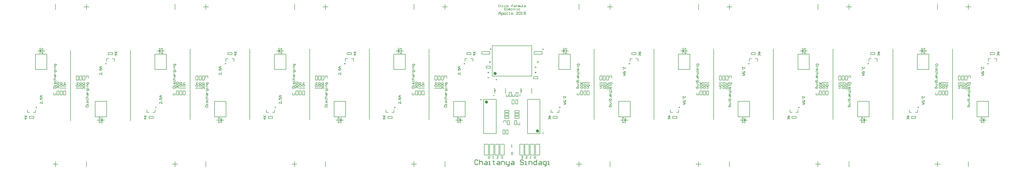
<source format=gto>
G04*
G04 #@! TF.GenerationSoftware,Altium Limited,Altium Designer,19.0.15 (446)*
G04*
G04 Layer_Color=65535*
%FSLAX25Y25*%
%MOIN*%
G70*
G01*
G75*
%ADD10C,0.00600*%
%ADD11C,0.00984*%
%ADD12C,0.02362*%
%ADD13C,0.00591*%
%ADD14C,0.00787*%
%ADD15C,0.00709*%
G36*
X-27773Y-13929D02*
X-27738Y-13943D01*
X-27731Y-13950D01*
X-27716Y-13964D01*
X-27702Y-14000D01*
X-27680Y-14058D01*
X-27379Y-14968D01*
X-26605Y-14409D01*
X-26590Y-14402D01*
X-26562Y-14380D01*
X-26519Y-14359D01*
X-26483Y-14352D01*
X-26476D01*
X-26447Y-14359D01*
X-26418Y-14366D01*
X-26382Y-14395D01*
X-26375Y-14402D01*
X-26361Y-14423D01*
X-26347Y-14452D01*
X-26340Y-14495D01*
Y-14509D01*
X-26354Y-14538D01*
X-26382Y-14581D01*
X-26404Y-14610D01*
X-26440Y-14631D01*
X-27214Y-15198D01*
X-26440Y-15764D01*
X-26433D01*
X-26425Y-15778D01*
X-26390Y-15807D01*
X-26354Y-15850D01*
X-26347Y-15872D01*
X-26340Y-15900D01*
Y-15908D01*
X-26347Y-15936D01*
X-26361Y-15965D01*
X-26382Y-16001D01*
X-26390Y-16008D01*
X-26411Y-16022D01*
X-26440Y-16037D01*
X-26483Y-16044D01*
X-26490D01*
X-26512Y-16037D01*
X-26555Y-16022D01*
X-26605Y-15987D01*
X-27379Y-15420D01*
X-27687Y-16338D01*
X-27695Y-16352D01*
X-27702Y-16381D01*
X-27723Y-16424D01*
X-27745Y-16453D01*
X-27752D01*
X-27766Y-16460D01*
X-27795Y-16467D01*
X-27831Y-16474D01*
X-27838D01*
X-27867Y-16467D01*
X-27895Y-16460D01*
X-27924Y-16438D01*
X-27931Y-16431D01*
X-27946Y-16409D01*
X-27960Y-16381D01*
X-27967Y-16345D01*
Y-16316D01*
X-27960Y-16288D01*
X-27946Y-16245D01*
X-27645Y-15334D01*
X-28605D01*
X-28612D01*
X-28620D01*
X-28663Y-15327D01*
X-28706Y-15320D01*
X-28749Y-15298D01*
X-28756Y-15291D01*
X-28777Y-15270D01*
X-28792Y-15234D01*
X-28799Y-15191D01*
Y-15183D01*
X-28792Y-15155D01*
X-28777Y-15126D01*
X-28749Y-15097D01*
X-28741Y-15090D01*
X-28713Y-15076D01*
X-28670Y-15062D01*
X-28605Y-15054D01*
X-27645D01*
X-27946Y-14144D01*
X-27953Y-14137D01*
X-27960Y-14108D01*
X-27967Y-14079D01*
Y-14043D01*
X-27960Y-14022D01*
X-27953Y-13993D01*
X-27924Y-13957D01*
X-27917Y-13950D01*
X-27903Y-13936D01*
X-27867Y-13922D01*
X-27831Y-13914D01*
X-27824D01*
X-27802D01*
X-27773Y-13929D01*
D02*
G37*
G36*
X11597D02*
X11632Y-13943D01*
X11640Y-13950D01*
X11654Y-13964D01*
X11668Y-14000D01*
X11690Y-14058D01*
X11991Y-14968D01*
X12765Y-14409D01*
X12780Y-14402D01*
X12808Y-14380D01*
X12851Y-14359D01*
X12887Y-14352D01*
X12894D01*
X12923Y-14359D01*
X12952Y-14366D01*
X12988Y-14395D01*
X12995Y-14402D01*
X13009Y-14423D01*
X13023Y-14452D01*
X13031Y-14495D01*
Y-14509D01*
X13016Y-14538D01*
X12988Y-14581D01*
X12966Y-14610D01*
X12930Y-14631D01*
X12156Y-15198D01*
X12930Y-15764D01*
X12937D01*
X12945Y-15778D01*
X12980Y-15807D01*
X13016Y-15850D01*
X13023Y-15872D01*
X13031Y-15900D01*
Y-15908D01*
X13023Y-15936D01*
X13009Y-15965D01*
X12988Y-16001D01*
X12980Y-16008D01*
X12959Y-16022D01*
X12930Y-16037D01*
X12887Y-16044D01*
X12880D01*
X12858Y-16037D01*
X12815Y-16022D01*
X12765Y-15987D01*
X11991Y-15420D01*
X11683Y-16338D01*
X11675Y-16352D01*
X11668Y-16381D01*
X11647Y-16424D01*
X11625Y-16453D01*
X11618D01*
X11604Y-16460D01*
X11575Y-16467D01*
X11539Y-16474D01*
X11532D01*
X11503Y-16467D01*
X11475Y-16460D01*
X11446Y-16438D01*
X11439Y-16431D01*
X11424Y-16409D01*
X11410Y-16381D01*
X11403Y-16345D01*
Y-16316D01*
X11410Y-16288D01*
X11424Y-16245D01*
X11726Y-15334D01*
X10765D01*
X10758D01*
X10751D01*
X10707Y-15327D01*
X10665Y-15320D01*
X10622Y-15298D01*
X10614Y-15291D01*
X10593Y-15270D01*
X10578Y-15234D01*
X10571Y-15191D01*
Y-15183D01*
X10578Y-15155D01*
X10593Y-15126D01*
X10622Y-15097D01*
X10629Y-15090D01*
X10657Y-15076D01*
X10700Y-15062D01*
X10765Y-15054D01*
X11726D01*
X11424Y-14144D01*
X11417Y-14137D01*
X11410Y-14108D01*
X11403Y-14079D01*
Y-14043D01*
X11410Y-14022D01*
X11417Y-13993D01*
X11446Y-13957D01*
X11453Y-13950D01*
X11468Y-13936D01*
X11503Y-13922D01*
X11539Y-13914D01*
X11546D01*
X11568D01*
X11597Y-13929D01*
D02*
G37*
D10*
X-25817Y-9074D02*
X-24983Y-8687D01*
X-24667Y-7824D01*
X-25053Y-6990D01*
X-25916Y-6674D01*
X13554Y-9074D02*
X14387Y-8687D01*
X14704Y-7824D01*
X14317Y-6990D01*
X13453Y-6674D01*
X39370Y35433D02*
X40157D01*
X37795D02*
X38583D01*
Y34646D02*
Y36220D01*
X39370Y34646D02*
Y36220D01*
X-33201Y35827D02*
Y36614D01*
Y34252D02*
Y35039D01*
X-33988D02*
X-32413D01*
X-33988Y35827D02*
X-32413D01*
X35827Y26772D02*
X36614Y27559D01*
X35039Y28346D02*
X35827Y26772D01*
X34252Y27559D02*
X35039Y28346D01*
X-36614Y11811D02*
X-35827Y12598D01*
X-35039Y11024D01*
X-34252Y11811D01*
X34252Y19685D02*
X35039D01*
X35827D02*
X36614D01*
X35827Y18898D02*
Y20472D01*
X35039Y18898D02*
Y20472D01*
X-35039Y19685D02*
X-34252D01*
X-36614D02*
X-35827D01*
Y18898D02*
Y20472D01*
X-35039Y18898D02*
Y20472D01*
X-25916Y-7874D02*
Y-3937D01*
X-9516Y-11811D02*
Y-3937D01*
X-25916Y-11811D02*
Y-7874D01*
X13453Y-11811D02*
Y-7874D01*
X29853Y-11811D02*
Y-3937D01*
X13453Y-7874D02*
Y-3937D01*
X-876Y-92842D02*
X304D01*
X-286D01*
Y-89299D01*
X-876Y-89890D01*
Y-101271D02*
X-286Y-100681D01*
X895D01*
X1485Y-101271D01*
Y-103632D01*
X895Y-104223D01*
X-286D01*
X-876Y-103632D01*
Y-101271D01*
X681890Y118502D02*
X689761D01*
X685825Y122438D02*
Y114566D01*
X685829Y-122441D02*
Y-114569D01*
X643307Y-118502D02*
X635436D01*
X639371Y-122438D02*
Y-114566D01*
X639368Y122441D02*
Y114569D01*
X502362Y118502D02*
X510234D01*
X506298Y122438D02*
Y114566D01*
X506301Y-122441D02*
Y-114569D01*
X463779Y-118502D02*
X455908D01*
X459844Y-122438D02*
Y-114566D01*
X459841Y122441D02*
Y114569D01*
X322835Y118502D02*
X330706D01*
X326770Y122438D02*
Y114566D01*
X326774Y-122441D02*
Y-114569D01*
X284252Y-118502D02*
X276380D01*
X280316Y-122438D02*
Y-114566D01*
X280313Y122441D02*
Y114569D01*
X143307Y118502D02*
X151179D01*
X147243Y122438D02*
Y114566D01*
X147246Y-122441D02*
Y-114569D01*
X104724Y-118502D02*
X96853D01*
X100789Y-122438D02*
Y-114566D01*
X100786Y122441D02*
Y114569D01*
X-104724Y118502D02*
X-96853D01*
X-100789Y122438D02*
Y114566D01*
X-100786Y-122441D02*
Y-114569D01*
X-143307Y-118502D02*
X-151179D01*
X-147243Y-122438D02*
Y-114566D01*
X-147246Y122441D02*
Y114569D01*
X-284252Y118502D02*
X-276380D01*
X-280316Y122438D02*
Y114566D01*
X-280313Y-122441D02*
Y-114569D01*
X-322835Y-118502D02*
X-330706D01*
X-326770Y-122438D02*
Y-114566D01*
X-326774Y122441D02*
Y114569D01*
X-463779Y118502D02*
X-455908D01*
X-459844Y122438D02*
Y114566D01*
X-459841Y-122441D02*
Y-114569D01*
X-502362Y-118502D02*
X-510234D01*
X-506298Y-122438D02*
Y-114566D01*
X-506301Y122441D02*
Y114569D01*
X-643307Y118502D02*
X-635436D01*
X-639371Y122438D02*
Y114566D01*
X-639368Y-122441D02*
Y-114569D01*
X-681890Y-118502D02*
X-689761D01*
X-685825Y-122438D02*
Y-114566D01*
X-685829Y122441D02*
Y114569D01*
X13976Y-107153D02*
X14534Y-106596D01*
X15649D01*
X16207Y-107153D01*
Y-107711D01*
X15649Y-108268D01*
X15091D01*
X15649D01*
X16207Y-108826D01*
Y-109383D01*
X15649Y-109941D01*
X14534D01*
X13976Y-109383D01*
X22897Y-109941D02*
X20667D01*
X22897Y-107711D01*
Y-107153D01*
X22340Y-106596D01*
X21225D01*
X20667Y-107153D01*
X27358Y-109941D02*
X28473D01*
X27915D01*
Y-106596D01*
X27358Y-107153D01*
X33491D02*
X34049Y-106596D01*
X35164D01*
X35721Y-107153D01*
Y-109383D01*
X35164Y-109941D01*
X34049D01*
X33491Y-109383D01*
Y-107153D01*
X-35630D02*
X-35072Y-106596D01*
X-33957D01*
X-33400Y-107153D01*
Y-109383D01*
X-33957Y-109941D01*
X-35072D01*
X-35630Y-109383D01*
Y-107153D01*
X-28939Y-109941D02*
X-27824D01*
X-28382D01*
Y-106596D01*
X-28939Y-107153D01*
X-20576Y-109941D02*
X-22806D01*
X-20576Y-107711D01*
Y-107153D01*
X-21133Y-106596D01*
X-22248D01*
X-22806Y-107153D01*
X-16115D02*
X-15558Y-106596D01*
X-14443D01*
X-13885Y-107153D01*
Y-107711D01*
X-14443Y-108268D01*
X-15000D01*
X-14443D01*
X-13885Y-108826D01*
Y-109383D01*
X-14443Y-109941D01*
X-15558D01*
X-16115Y-109383D01*
X-8891Y116782D02*
X-11024D01*
Y113583D01*
X-8891D01*
X-11024Y115182D02*
X-9957D01*
X-7825Y113583D02*
X-6758D01*
X-7292D01*
Y116782D01*
X-7825D01*
X-3559Y113583D02*
X-4626D01*
X-5159Y114116D01*
Y115182D01*
X-4626Y115715D01*
X-3559D01*
X-3026Y115182D01*
Y114649D01*
X-5159D01*
X173Y115715D02*
X-1427D01*
X-1960Y115182D01*
Y114116D01*
X-1427Y113583D01*
X173D01*
X1772Y116249D02*
Y115715D01*
X1239D01*
X2305D01*
X1772D01*
Y114116D01*
X2305Y113583D01*
X3905Y115715D02*
Y113583D01*
Y114649D01*
X4438Y115182D01*
X4971Y115715D01*
X5504D01*
X7104Y113583D02*
X8170D01*
X7637D01*
Y115715D01*
X7104D01*
X11902D02*
X10303D01*
X9770Y115182D01*
Y114116D01*
X10303Y113583D01*
X11902D01*
X-20079Y121506D02*
X-19012D01*
X-19546D01*
Y118307D01*
X-20079D01*
X-19012D01*
X-17413D02*
X-16347D01*
X-16880D01*
Y121506D01*
X-17413D01*
X-14747Y118307D02*
X-13681D01*
X-14214D01*
Y121506D01*
X-14747D01*
X-12081Y118307D02*
X-11015D01*
X-11548D01*
Y120440D01*
X-12081D01*
X-9415Y118307D02*
Y120440D01*
X-7816D01*
X-7283Y119907D01*
Y118307D01*
X-6217D02*
X-5150D01*
X-5683D01*
Y120440D01*
X-6217D01*
X1781Y121506D02*
X-352D01*
Y119907D01*
X715D01*
X-352D01*
Y118307D01*
X3380D02*
X4447D01*
X4980Y118840D01*
Y119907D01*
X4447Y120440D01*
X3380D01*
X2847Y119907D01*
Y118840D01*
X3380Y118307D01*
X6046Y120440D02*
Y118307D01*
Y119373D01*
X6579Y119907D01*
X7113Y120440D01*
X7646D01*
X9245Y118307D02*
Y120440D01*
X9778D01*
X10311Y119907D01*
Y118307D01*
Y119907D01*
X10845Y120440D01*
X11378Y119907D01*
Y118307D01*
X12444Y120440D02*
Y118840D01*
X12977Y118307D01*
X14577D01*
Y120440D01*
X15643Y118307D02*
X16709D01*
X16176D01*
Y121506D01*
X15643D01*
X18842Y120440D02*
X19908D01*
X20441Y119907D01*
Y118307D01*
X18842D01*
X18309Y118840D01*
X18842Y119373D01*
X20441D01*
D11*
X46949Y54626D02*
X46211Y55052D01*
Y54200D01*
X46949Y54626D01*
X-31791D02*
X-32530Y55052D01*
Y54200D01*
X-31791Y54626D01*
X-23366Y8950D02*
X-24104Y9377D01*
Y8524D01*
X-23366Y8950D01*
X715354Y32972D02*
X714616Y33399D01*
Y32546D01*
X715354Y32972D01*
X610827Y-32972D02*
X610089Y-32546D01*
Y-33399D01*
X610827Y-32972D01*
X535827Y32972D02*
X535089Y33399D01*
Y32546D01*
X535827Y32972D01*
X431299Y-32972D02*
X430561Y-32546D01*
Y-33399D01*
X431299Y-32972D01*
X356299Y32972D02*
X355561Y33399D01*
Y32546D01*
X356299Y32972D01*
X251772Y-32972D02*
X251033Y-32546D01*
Y-33399D01*
X251772Y-32972D01*
X176772Y32972D02*
X176033Y33399D01*
Y32546D01*
X176772Y32972D01*
X72244Y-32972D02*
X71506Y-32546D01*
Y-33399D01*
X72244Y-32972D01*
X-71260Y32972D02*
X-71998Y33399D01*
Y32546D01*
X-71260Y32972D01*
X-175787Y-32972D02*
X-176526Y-32546D01*
Y-33399D01*
X-175787Y-32972D01*
X-250787Y32972D02*
X-251526Y33399D01*
Y32546D01*
X-250787Y32972D01*
X-355315Y-32972D02*
X-356053Y-32546D01*
Y-33399D01*
X-355315Y-32972D01*
X-430315Y32972D02*
X-431053Y33399D01*
Y32546D01*
X-430315Y32972D01*
X-534842Y-32972D02*
X-535581Y-32546D01*
Y-33399D01*
X-534842Y-32972D01*
X-609842Y32972D02*
X-610581Y33399D01*
Y32546D01*
X-609842Y32972D01*
X-714370Y-32972D02*
X-715108Y-32546D01*
Y-33399D01*
X-714370Y-32972D01*
X46949Y-71949D02*
X46211Y-71523D01*
Y-72375D01*
X46949Y-71949D01*
X-46358Y-21358D02*
X-47096Y-20932D01*
Y-21784D01*
X-46358Y-21358D01*
X-51380Y-113191D02*
X-52560Y-112010D01*
X-54922D01*
X-56102Y-113191D01*
Y-117914D01*
X-54922Y-119095D01*
X-52560D01*
X-51380Y-117914D01*
X-49018Y-112010D02*
Y-119095D01*
Y-115552D01*
X-47837Y-114372D01*
X-45476D01*
X-44295Y-115552D01*
Y-119095D01*
X-40753Y-114372D02*
X-38392D01*
X-37211Y-115552D01*
Y-119095D01*
X-40753D01*
X-41934Y-117914D01*
X-40753Y-116733D01*
X-37211D01*
X-34849Y-119095D02*
X-32488D01*
X-33669D01*
Y-114372D01*
X-34849D01*
X-27765Y-113191D02*
Y-114372D01*
X-28946D01*
X-26584D01*
X-27765D01*
Y-117914D01*
X-26584Y-119095D01*
X-21861Y-114372D02*
X-19500D01*
X-18319Y-115552D01*
Y-119095D01*
X-21861D01*
X-23042Y-117914D01*
X-21861Y-116733D01*
X-18319D01*
X-15958Y-119095D02*
Y-114372D01*
X-12416D01*
X-11235Y-115552D01*
Y-119095D01*
X-8874Y-114372D02*
Y-117914D01*
X-7693Y-119095D01*
X-4151D01*
Y-120275D01*
X-5331Y-121456D01*
X-6512D01*
X-4151Y-119095D02*
Y-114372D01*
X-609D02*
X1753D01*
X2934Y-115552D01*
Y-119095D01*
X-609D01*
X-1789Y-117914D01*
X-609Y-116733D01*
X2934D01*
X17102Y-113191D02*
X15922Y-112010D01*
X13560D01*
X12379Y-113191D01*
Y-114372D01*
X13560Y-115552D01*
X15922D01*
X17102Y-116733D01*
Y-117914D01*
X15922Y-119095D01*
X13560D01*
X12379Y-117914D01*
X19464Y-119095D02*
X21825D01*
X20644D01*
Y-114372D01*
X19464D01*
X25367Y-119095D02*
Y-114372D01*
X28910D01*
X30090Y-115552D01*
Y-119095D01*
X37174Y-112010D02*
Y-119095D01*
X33632D01*
X32452Y-117914D01*
Y-115552D01*
X33632Y-114372D01*
X37174D01*
X40717D02*
X43078D01*
X44259Y-115552D01*
Y-119095D01*
X40717D01*
X39536Y-117914D01*
X40717Y-116733D01*
X44259D01*
X48982Y-121456D02*
X50162D01*
X51343Y-120275D01*
Y-114372D01*
X47801D01*
X46620Y-115552D01*
Y-117914D01*
X47801Y-119095D01*
X51343D01*
X53705D02*
X56066D01*
X54885D01*
Y-114372D01*
X53705D01*
D12*
X-24409Y18202D02*
X-24854Y19126D01*
X-25853Y19354D01*
X-26655Y18715D01*
Y17690D01*
X-25853Y17051D01*
X-24854Y17279D01*
X-24409Y18202D01*
X39370Y-68504D02*
X38925Y-67580D01*
X37926Y-67352D01*
X37125Y-67992D01*
Y-69016D01*
X37926Y-69655D01*
X38925Y-69427D01*
X39370Y-68504D01*
X-37402Y-24803D02*
X-37846Y-23880D01*
X-38846Y-23652D01*
X-39647Y-24291D01*
Y-25316D01*
X-38846Y-25955D01*
X-37846Y-25727D01*
X-37402Y-24803D01*
D13*
X707874Y-56102D02*
X709400D01*
Y-48228D01*
Y-52165D02*
Y-48228D01*
X704921Y-52165D02*
X709400D01*
X704921Y-56102D02*
Y-52165D01*
Y-56102D02*
X705463D01*
X709400Y-52165D01*
X705463Y-48228D02*
X709400Y-52165D01*
X704921Y-48228D02*
X705463D01*
X704921Y-52165D02*
Y-48228D01*
X701968Y-52165D02*
X712795D01*
X698819Y-24016D02*
X716142D01*
Y-47244D02*
Y-24016D01*
X698819Y-47244D02*
X716142D01*
X698819D02*
Y-24016D01*
X615797Y56102D02*
X617323D01*
X615797Y48228D02*
Y56102D01*
Y48228D02*
Y52165D01*
X620276D01*
Y56102D01*
X619734D02*
X620276D01*
X615797Y52165D02*
X619734Y56102D01*
X615797Y52165D02*
X619734Y48228D01*
X620276D01*
Y52165D01*
X612402D02*
X623228D01*
X609055Y24016D02*
X626378D01*
X609055D02*
Y47244D01*
X626378D01*
Y24016D02*
Y47244D01*
X528346Y-56102D02*
X529872D01*
Y-48228D01*
Y-52165D02*
Y-48228D01*
X525394Y-52165D02*
X529872D01*
X525394Y-56102D02*
Y-52165D01*
Y-56102D02*
X525935D01*
X529872Y-52165D01*
X525935Y-48228D02*
X529872Y-52165D01*
X525394Y-48228D02*
X525935D01*
X525394Y-52165D02*
Y-48228D01*
X522441Y-52165D02*
X533268D01*
X519291Y-24016D02*
X536614D01*
Y-47244D02*
Y-24016D01*
X519291Y-47244D02*
X536614D01*
X519291D02*
Y-24016D01*
X436270Y56102D02*
X437795D01*
X436270Y48228D02*
Y56102D01*
Y48228D02*
Y52165D01*
X440748D01*
Y56102D01*
X440207D02*
X440748D01*
X436270Y52165D02*
X440207Y56102D01*
X436270Y52165D02*
X440207Y48228D01*
X440748D01*
Y52165D01*
X432874D02*
X443701D01*
X429528Y24016D02*
X446850D01*
X429528D02*
Y47244D01*
X446850D01*
Y24016D02*
Y47244D01*
X348819Y-56102D02*
X350344D01*
Y-48228D01*
Y-52165D02*
Y-48228D01*
X345866Y-52165D02*
X350344D01*
X345866Y-56102D02*
Y-52165D01*
Y-56102D02*
X346408D01*
X350344Y-52165D01*
X346408Y-48228D02*
X350344Y-52165D01*
X345866Y-48228D02*
X346408D01*
X345866Y-52165D02*
Y-48228D01*
X342913Y-52165D02*
X353740D01*
X339764Y-24016D02*
X357087D01*
Y-47244D02*
Y-24016D01*
X339764Y-47244D02*
X357087D01*
X339764D02*
Y-24016D01*
X256742Y56102D02*
X258268D01*
X256742Y48228D02*
Y56102D01*
Y48228D02*
Y52165D01*
X261221D01*
Y56102D01*
X260679D02*
X261221D01*
X256742Y52165D02*
X260679Y56102D01*
X256742Y52165D02*
X260679Y48228D01*
X261221D01*
Y52165D01*
X253346D02*
X264173D01*
X250000Y24016D02*
X267323D01*
X250000D02*
Y47244D01*
X267323D01*
Y24016D02*
Y47244D01*
X169291Y-56102D02*
X170817D01*
Y-48228D01*
Y-52165D02*
Y-48228D01*
X166339Y-52165D02*
X170817D01*
X166339Y-56102D02*
Y-52165D01*
Y-56102D02*
X166880D01*
X170817Y-52165D01*
X166880Y-48228D02*
X170817Y-52165D01*
X166339Y-48228D02*
X166880D01*
X166339Y-52165D02*
Y-48228D01*
X163386Y-52165D02*
X174213D01*
X160236Y-24016D02*
X177559D01*
Y-47244D02*
Y-24016D01*
X160236Y-47244D02*
X177559D01*
X160236D02*
Y-24016D01*
X77215Y56102D02*
X78740D01*
X77215Y48228D02*
Y56102D01*
Y48228D02*
Y52165D01*
X81693D01*
Y56102D01*
X81152D02*
X81693D01*
X77215Y52165D02*
X81152Y56102D01*
X77215Y52165D02*
X81152Y48228D01*
X81693D01*
Y52165D01*
X73819D02*
X84646D01*
X70472Y24016D02*
X87795D01*
X70472D02*
Y47244D01*
X87795D01*
Y24016D02*
Y47244D01*
X-78740Y-56102D02*
X-77215D01*
Y-48228D01*
Y-52165D02*
Y-48228D01*
X-81693Y-52165D02*
X-77215D01*
X-81693Y-56102D02*
Y-52165D01*
Y-56102D02*
X-81152D01*
X-77215Y-52165D01*
X-81152Y-48228D02*
X-77215Y-52165D01*
X-81693Y-48228D02*
X-81152D01*
X-81693Y-52165D02*
Y-48228D01*
X-84646Y-52165D02*
X-73819D01*
X-87795Y-24016D02*
X-70472D01*
Y-47244D02*
Y-24016D01*
X-87795Y-47244D02*
X-70472D01*
X-87795D02*
Y-24016D01*
X-170817Y56102D02*
X-169291D01*
X-170817Y48228D02*
Y56102D01*
Y48228D02*
Y52165D01*
X-166339D01*
Y56102D01*
X-166880D02*
X-166339D01*
X-170817Y52165D02*
X-166880Y56102D01*
X-170817Y52165D02*
X-166880Y48228D01*
X-166339D01*
Y52165D01*
X-174213D02*
X-163386D01*
X-177559Y24016D02*
X-160236D01*
X-177559D02*
Y47244D01*
X-160236D01*
Y24016D02*
Y47244D01*
X-258268Y-56102D02*
X-256742D01*
Y-48228D01*
Y-52165D02*
Y-48228D01*
X-261221Y-52165D02*
X-256742D01*
X-261221Y-56102D02*
Y-52165D01*
Y-56102D02*
X-260679D01*
X-256742Y-52165D01*
X-260679Y-48228D02*
X-256742Y-52165D01*
X-261221Y-48228D02*
X-260679D01*
X-261221Y-52165D02*
Y-48228D01*
X-264173Y-52165D02*
X-253346D01*
X-267323Y-24016D02*
X-250000D01*
Y-47244D02*
Y-24016D01*
X-267323Y-47244D02*
X-250000D01*
X-267323D02*
Y-24016D01*
X-350344Y56102D02*
X-348819D01*
X-350344Y48228D02*
Y56102D01*
Y48228D02*
Y52165D01*
X-345866D01*
Y56102D01*
X-346408D02*
X-345866D01*
X-350344Y52165D02*
X-346408Y56102D01*
X-350344Y52165D02*
X-346408Y48228D01*
X-345866D01*
Y52165D01*
X-353740D02*
X-342913D01*
X-357087Y24016D02*
X-339764D01*
X-357087D02*
Y47244D01*
X-339764D01*
Y24016D02*
Y47244D01*
X-437795Y-56102D02*
X-436270D01*
Y-48228D01*
Y-52165D02*
Y-48228D01*
X-440748Y-52165D02*
X-436270D01*
X-440748Y-56102D02*
Y-52165D01*
Y-56102D02*
X-440207D01*
X-436270Y-52165D01*
X-440207Y-48228D02*
X-436270Y-52165D01*
X-440748Y-48228D02*
X-440207D01*
X-440748Y-52165D02*
Y-48228D01*
X-443701Y-52165D02*
X-432874D01*
X-446850Y-24016D02*
X-429528D01*
Y-47244D02*
Y-24016D01*
X-446850Y-47244D02*
X-429528D01*
X-446850D02*
Y-24016D01*
X-529872Y56102D02*
X-528346D01*
X-529872Y48228D02*
Y56102D01*
Y48228D02*
Y52165D01*
X-525394D01*
Y56102D01*
X-525935D02*
X-525394D01*
X-529872Y52165D02*
X-525935Y56102D01*
X-529872Y52165D02*
X-525935Y48228D01*
X-525394D01*
Y52165D01*
X-533268D02*
X-522441D01*
X-536614Y24016D02*
X-519291D01*
X-536614D02*
Y47244D01*
X-519291D01*
Y24016D02*
Y47244D01*
X-617323Y-56102D02*
X-615797D01*
Y-48228D01*
Y-52165D02*
Y-48228D01*
X-620276Y-52165D02*
X-615797D01*
X-620276Y-56102D02*
Y-52165D01*
Y-56102D02*
X-619734D01*
X-615797Y-52165D01*
X-619734Y-48228D02*
X-615797Y-52165D01*
X-620276Y-48228D02*
X-619734D01*
X-620276Y-52165D02*
Y-48228D01*
X-623228Y-52165D02*
X-612402D01*
X-626378Y-24016D02*
X-609055D01*
Y-47244D02*
Y-24016D01*
X-626378Y-47244D02*
X-609055D01*
X-626378D02*
Y-24016D01*
X-709400Y56102D02*
X-707874D01*
X-709400Y48228D02*
Y56102D01*
Y48228D02*
Y52165D01*
X-704921D01*
Y56102D01*
X-705463D02*
X-704921D01*
X-709400Y52165D02*
X-705463Y56102D01*
X-709400Y52165D02*
X-705463Y48228D01*
X-704921D01*
Y52165D01*
X-712795D02*
X-701968D01*
X-716142Y24016D02*
X-698819D01*
X-716142D02*
Y47244D01*
X-698819D01*
Y24016D02*
Y47244D01*
X837Y-16704D02*
Y-13555D01*
Y-16704D02*
X3987D01*
Y-13555D01*
X9011Y-16704D02*
Y-10405D01*
X5862Y-16704D02*
X9011D01*
X5862D02*
Y-10405D01*
X9011D01*
X-8744Y-16630D02*
Y-13481D01*
Y-16630D02*
X-5594D01*
Y-13481D01*
X-758Y-16629D02*
Y-10330D01*
X-3908Y-16629D02*
X-758D01*
X-3908D02*
Y-10330D01*
X-758D01*
X32283Y10236D02*
Y13386D01*
Y10236D02*
X38583D01*
Y13386D01*
X32283D02*
X38583D01*
X-9055Y-73228D02*
X-5906D01*
X-9055D02*
Y-66929D01*
X-5906Y-73228D02*
Y-66929D01*
X-9055D02*
X-5906D01*
X112795Y-14370D02*
X115945D01*
X112795D02*
Y-8071D01*
X115945Y-14370D02*
Y-8071D01*
X112795D02*
X115945D01*
X98032Y-14370D02*
Y-11221D01*
Y-14370D02*
X101181D01*
Y-11220D01*
X107874Y-8072D02*
X111024D01*
Y-14371D02*
Y-8072D01*
X107874Y-14371D02*
Y-8072D01*
Y-14371D02*
X111024D01*
X102953Y-14370D02*
X106102D01*
X102953D02*
Y-8071D01*
X106102Y-14370D02*
Y-8071D01*
X102953D02*
X106102D01*
X68012Y-49606D02*
Y-46457D01*
X61713Y-49606D02*
X68012D01*
X61713Y-46457D02*
X68012D01*
X61713Y-49606D02*
Y-46457D01*
X651378Y-14370D02*
X654528D01*
X651378D02*
Y-8071D01*
X654528Y-14370D02*
Y-8071D01*
X651378D02*
X654528D01*
X636614Y-14370D02*
Y-11221D01*
Y-14370D02*
X639764D01*
Y-11220D01*
X646457Y-8072D02*
X649606D01*
Y-14371D02*
Y-8072D01*
X646457Y-14371D02*
Y-8072D01*
Y-14371D02*
X649606D01*
X641535Y-14370D02*
X644685D01*
X641535D02*
Y-8071D01*
X644685Y-14370D02*
Y-8071D01*
X641535D02*
X644685D01*
X606595Y-49606D02*
Y-46457D01*
X600295Y-49606D02*
X606595D01*
X600295Y-46457D02*
X606595D01*
X600295Y-49606D02*
Y-46457D01*
X292323Y-14370D02*
X295472D01*
X292323D02*
Y-8071D01*
X295472Y-14370D02*
Y-8071D01*
X292323D02*
X295472D01*
X277559Y-14370D02*
Y-11221D01*
Y-14370D02*
X280709D01*
Y-11220D01*
X287402Y-8072D02*
X290551D01*
Y-14371D02*
Y-8072D01*
X287402Y-14371D02*
Y-8072D01*
Y-14371D02*
X290551D01*
X282480Y-14370D02*
X285630D01*
X282480D02*
Y-8071D01*
X285630Y-14370D02*
Y-8071D01*
X282480D02*
X285630D01*
X247539Y-49606D02*
Y-46457D01*
X241240Y-49606D02*
X247539D01*
X241240Y-46457D02*
X247539D01*
X241240Y-49606D02*
Y-46457D01*
X471850Y-14370D02*
X475000D01*
X471850D02*
Y-8071D01*
X475000Y-14370D02*
Y-8071D01*
X471850D02*
X475000D01*
X457087Y-14370D02*
Y-11221D01*
Y-14370D02*
X460236D01*
Y-11220D01*
X466929Y-8072D02*
X470079D01*
Y-14371D02*
Y-8072D01*
X466929Y-14371D02*
Y-8072D01*
Y-14371D02*
X470079D01*
X462008Y-14370D02*
X465158D01*
X462008D02*
Y-8071D01*
X465158Y-14370D02*
Y-8071D01*
X462008D02*
X465158D01*
X427067Y-49606D02*
Y-46457D01*
X420768Y-49606D02*
X427067D01*
X420768Y-46457D02*
X427067D01*
X420768Y-49606D02*
Y-46457D01*
X491142Y14370D02*
X494291D01*
Y8071D02*
Y14370D01*
X491142Y8071D02*
Y14370D01*
Y8071D02*
X494291D01*
X509055Y11221D02*
Y14370D01*
X505905D02*
X509055D01*
X505905Y11220D02*
Y14370D01*
X496063Y8072D02*
X499213D01*
X496063D02*
Y14371D01*
X499213Y8072D02*
Y14371D01*
X496063D02*
X499213D01*
X500984Y14370D02*
X504134D01*
Y8071D02*
Y14370D01*
X500984Y8071D02*
Y14370D01*
Y8071D02*
X504134D01*
X539075Y46457D02*
Y49606D01*
X545374D01*
X539075Y46457D02*
X545374D01*
Y49606D01*
X311614Y14370D02*
X314764D01*
Y8071D02*
Y14370D01*
X311614Y8071D02*
Y14370D01*
Y8071D02*
X314764D01*
X329528Y11221D02*
Y14370D01*
X326378D02*
X329528D01*
X326378Y11220D02*
Y14370D01*
X316535Y8072D02*
X319685D01*
X316535D02*
Y14371D01*
X319685Y8072D02*
Y14371D01*
X316535D02*
X319685D01*
X321457Y14370D02*
X324606D01*
Y8071D02*
Y14370D01*
X321457Y8071D02*
Y14370D01*
Y8071D02*
X324606D01*
X359547Y46457D02*
Y49606D01*
X365846D01*
X359547Y46457D02*
X365846D01*
Y49606D01*
X132087Y14370D02*
X135236D01*
Y8071D02*
Y14370D01*
X132087Y8071D02*
Y14370D01*
Y8071D02*
X135236D01*
X150000Y11221D02*
Y14370D01*
X146850D02*
X150000D01*
X146850Y11220D02*
Y14370D01*
X137008Y8072D02*
X140157D01*
X137008D02*
Y14371D01*
X140157Y8072D02*
Y14371D01*
X137008D02*
X140157D01*
X141929Y14370D02*
X145079D01*
Y8071D02*
Y14370D01*
X141929Y8071D02*
Y14370D01*
Y8071D02*
X145079D01*
X180020Y46457D02*
Y49606D01*
X186319D01*
X180020Y46457D02*
X186319D01*
Y49606D01*
X670669Y14370D02*
X673819D01*
Y8071D02*
Y14370D01*
X670669Y8071D02*
Y14370D01*
Y8071D02*
X673819D01*
X688583Y11221D02*
Y14370D01*
X685433D02*
X688583D01*
X685433Y11220D02*
Y14370D01*
X675591Y8072D02*
X678740D01*
X675591D02*
Y14371D01*
X678740Y8072D02*
Y14371D01*
X675591D02*
X678740D01*
X680512Y14370D02*
X683661D01*
Y8071D02*
Y14370D01*
X680512Y8071D02*
Y14370D01*
Y8071D02*
X683661D01*
X718602Y46457D02*
Y49606D01*
X724902D01*
X718602Y46457D02*
X724902D01*
Y49606D01*
X-295472Y14370D02*
X-292323D01*
Y8071D02*
Y14370D01*
X-295472Y8071D02*
Y14370D01*
Y8071D02*
X-292323D01*
X-277559Y11221D02*
Y14370D01*
X-280709D02*
X-277559D01*
X-280709Y11220D02*
Y14370D01*
X-290551Y8072D02*
X-287402D01*
X-290551D02*
Y14371D01*
X-287402Y8072D02*
Y14371D01*
X-290551D02*
X-287402D01*
X-285630Y14370D02*
X-282480D01*
Y8071D02*
Y14370D01*
X-285630Y8071D02*
Y14370D01*
Y8071D02*
X-282480D01*
X-247539Y46457D02*
Y49606D01*
X-241240D01*
X-247539Y46457D02*
X-241240D01*
Y49606D01*
X-475000Y14370D02*
X-471850D01*
Y8071D02*
Y14370D01*
X-475000Y8071D02*
Y14370D01*
Y8071D02*
X-471850D01*
X-457087Y11221D02*
Y14370D01*
X-460236D02*
X-457087D01*
X-460236Y11220D02*
Y14370D01*
X-470079Y8072D02*
X-466929D01*
X-470079D02*
Y14371D01*
X-466929Y8072D02*
Y14371D01*
X-470079D02*
X-466929D01*
X-465158Y14370D02*
X-462008D01*
Y8071D02*
Y14370D01*
X-465158Y8071D02*
Y14370D01*
Y8071D02*
X-462008D01*
X-427067Y46457D02*
Y49606D01*
X-420768D01*
X-427067Y46457D02*
X-420768D01*
Y49606D01*
X-115945Y14370D02*
X-112795D01*
Y8071D02*
Y14370D01*
X-115945Y8071D02*
Y14370D01*
Y8071D02*
X-112795D01*
X-98032Y11221D02*
Y14370D01*
X-101181D02*
X-98032D01*
X-101181Y11220D02*
Y14370D01*
X-111024Y8072D02*
X-107874D01*
X-111024D02*
Y14371D01*
X-107874Y8072D02*
Y14371D01*
X-111024D02*
X-107874D01*
X-106102Y14370D02*
X-102953D01*
Y8071D02*
Y14370D01*
X-106102Y8071D02*
Y14370D01*
Y8071D02*
X-102953D01*
X-68012Y46457D02*
Y49606D01*
X-61713D01*
X-68012Y46457D02*
X-61713D01*
Y49606D01*
X-135236Y-14370D02*
X-132087D01*
X-135236D02*
Y-8071D01*
X-132087Y-14370D02*
Y-8071D01*
X-135236D02*
X-132087D01*
X-150000Y-14370D02*
Y-11221D01*
Y-14370D02*
X-146850D01*
Y-11220D01*
X-140157Y-8072D02*
X-137008D01*
Y-14371D02*
Y-8072D01*
X-140157Y-14371D02*
Y-8072D01*
Y-14371D02*
X-137008D01*
X-145079Y-14370D02*
X-141929D01*
X-145079D02*
Y-8071D01*
X-141929Y-14370D02*
Y-8071D01*
X-145079D02*
X-141929D01*
X-180020Y-49606D02*
Y-46457D01*
X-186319Y-49606D02*
X-180020D01*
X-186319Y-46457D02*
X-180020D01*
X-186319Y-49606D02*
Y-46457D01*
X-314764Y-14370D02*
X-311614D01*
X-314764D02*
Y-8071D01*
X-311614Y-14370D02*
Y-8071D01*
X-314764D02*
X-311614D01*
X-329528Y-14370D02*
Y-11221D01*
Y-14370D02*
X-326378D01*
Y-11220D01*
X-319685Y-8072D02*
X-316535D01*
Y-14371D02*
Y-8072D01*
X-319685Y-14371D02*
Y-8072D01*
Y-14371D02*
X-316535D01*
X-324606Y-14370D02*
X-321457D01*
X-324606D02*
Y-8071D01*
X-321457Y-14370D02*
Y-8071D01*
X-324606D02*
X-321457D01*
X-359547Y-49606D02*
Y-46457D01*
X-365846Y-49606D02*
X-359547D01*
X-365846Y-46457D02*
X-359547D01*
X-365846Y-49606D02*
Y-46457D01*
X-494291Y-14370D02*
X-491142D01*
X-494291D02*
Y-8071D01*
X-491142Y-14370D02*
Y-8071D01*
X-494291D02*
X-491142D01*
X-509055Y-14370D02*
Y-11221D01*
Y-14370D02*
X-505905D01*
Y-11220D01*
X-499213Y-8072D02*
X-496063D01*
Y-14371D02*
Y-8072D01*
X-499213Y-14371D02*
Y-8072D01*
Y-14371D02*
X-496063D01*
X-504134Y-14370D02*
X-500984D01*
X-504134D02*
Y-8071D01*
X-500984Y-14370D02*
Y-8071D01*
X-504134D02*
X-500984D01*
X-539075Y-49606D02*
Y-46457D01*
X-545374Y-49606D02*
X-539075D01*
X-545374Y-46457D02*
X-539075D01*
X-545374Y-49606D02*
Y-46457D01*
X-606595Y46457D02*
Y49606D01*
X-600295D01*
X-606595Y46457D02*
X-600295D01*
Y49606D01*
X-718602Y-49606D02*
Y-46457D01*
X-724902Y-49606D02*
X-718602D01*
X-724902Y-46457D02*
X-718602D01*
X-724902Y-49606D02*
Y-46457D01*
X-644685Y8071D02*
Y14370D01*
X-641535D01*
Y8071D02*
Y14370D01*
X-644685Y8071D02*
X-641535D01*
X-680512Y-14370D02*
Y-8071D01*
X-683661Y-14370D02*
X-680512D01*
X-683661D02*
Y-8071D01*
X-680512D01*
X-646457Y8072D02*
Y14371D01*
X-649606Y8072D02*
X-646457D01*
X-649606D02*
Y14371D01*
X-646457D01*
X-678740Y-14371D02*
Y-8072D01*
X-675591D01*
Y-14371D02*
Y-8072D01*
X-678740Y-14371D02*
X-675591D01*
X79Y-27992D02*
Y-21693D01*
X3228D01*
Y-27992D02*
Y-21693D01*
X79Y-27992D02*
X3228D01*
X6693Y-59055D02*
Y-52756D01*
X3543Y-59055D02*
X6693D01*
X3543D02*
Y-52756D01*
X6693D01*
X-7087Y-59252D02*
Y-52953D01*
X-3937D01*
Y-59252D02*
Y-52953D01*
X-7087Y-59252D02*
X-3937D01*
X-636614Y11221D02*
Y14370D01*
X-639764D02*
X-636614D01*
X-639764Y11220D02*
Y14370D01*
X-688583Y-14370D02*
Y-11221D01*
Y-14370D02*
X-685433D01*
Y-11220D01*
X8661Y-59055D02*
Y-55906D01*
Y-59055D02*
X11811D01*
Y-55905D01*
X-9055Y-55905D02*
Y-52756D01*
X-12205D02*
X-9055D01*
X-12205Y-55905D02*
Y-52756D01*
X4331Y-46457D02*
X10630D01*
Y-49606D02*
Y-46457D01*
X4331Y-49606D02*
X10630D01*
X4331D02*
Y-46457D01*
X-11024Y-40551D02*
X-4724D01*
X-11024D02*
Y-37402D01*
X-4724D01*
Y-40551D02*
Y-37402D01*
X4331Y-37795D02*
X10630D01*
Y-40945D02*
Y-37795D01*
X4331Y-40945D02*
X10630D01*
X4331D02*
Y-37795D01*
X-11024Y-49606D02*
X-4724D01*
X-11024D02*
Y-46457D01*
X-4724D01*
Y-49606D02*
Y-46457D01*
X4331Y-42126D02*
X10630D01*
Y-45276D02*
Y-42126D01*
X4331Y-45276D02*
X10630D01*
X4331D02*
Y-42126D01*
X-11024Y-45158D02*
X-4724D01*
X-11024D02*
Y-42008D01*
X-4724D01*
Y-45158D02*
Y-42008D01*
X-654528Y8071D02*
Y14370D01*
X-651378D01*
Y8071D02*
Y14370D01*
X-654528Y8071D02*
X-651378D01*
X-670669Y-14370D02*
Y-8071D01*
X-673819Y-14370D02*
X-670669D01*
X-673819D02*
Y-8071D01*
X-670669D01*
X8701Y-27913D02*
Y-21614D01*
X5551Y-27913D02*
X8701D01*
X5551D02*
Y-21614D01*
X8701D01*
X-13780Y-73228D02*
Y-66929D01*
X-10630D01*
Y-73228D02*
Y-66929D01*
X-13780Y-73228D02*
X-10630D01*
X-38583Y29134D02*
X-32283D01*
X-38583Y25984D02*
Y29134D01*
Y25984D02*
X-32283D01*
Y29134D01*
D14*
X11614Y-104921D02*
X17913D01*
Y-88386D01*
X11614D02*
X17913D01*
X11614Y-104921D02*
Y-88386D01*
X-17913Y-104921D02*
X-11614D01*
Y-88386D01*
X-17913D02*
X-11614D01*
X-17913Y-104921D02*
Y-88386D01*
X19488Y-104921D02*
X25787D01*
Y-88386D01*
X19488D02*
X25787D01*
X19488Y-104921D02*
Y-88386D01*
X-25787Y-104921D02*
X-19488D01*
Y-88386D01*
X-25787D02*
X-19488D01*
X-25787Y-104921D02*
Y-88386D01*
X27362Y-104921D02*
X33661D01*
Y-88386D01*
X27362D02*
X33661D01*
X27362Y-104921D02*
Y-88386D01*
X-33661Y-104921D02*
X-27362D01*
Y-88386D01*
X-33661D02*
X-27362D01*
X-33661Y-104921D02*
Y-88386D01*
X35236Y-104921D02*
X41535D01*
Y-88386D01*
X35236D02*
X41535D01*
X35236Y-104921D02*
Y-88386D01*
X-41535Y-104921D02*
X-35236D01*
Y-88386D01*
X-41535D02*
X-35236D01*
X-41535Y-104921D02*
Y-88386D01*
X45472Y47244D02*
Y51181D01*
X33268Y47244D02*
Y51181D01*
X45472D01*
X33268Y47244D02*
X45472D01*
X-33268D02*
Y51181D01*
X-45472Y47244D02*
Y51181D01*
X-33268D01*
X-45472Y47244D02*
X-33268D01*
X-29528Y14265D02*
X29528D01*
X-29528Y59935D02*
X29528D01*
X-29528Y14265D02*
Y59935D01*
X29528Y14265D02*
Y59935D01*
X-573425Y-53150D02*
Y53150D01*
X662008Y-51181D02*
Y55118D01*
X572244Y-51181D02*
Y55118D01*
X482480Y-51181D02*
Y55118D01*
X392717Y-51181D02*
Y55118D01*
X302953Y-51181D02*
Y55118D01*
X213189Y-51181D02*
Y55118D01*
X123425Y-51181D02*
Y55118D01*
X-124606Y-51181D02*
Y55118D01*
X-214370Y-51181D02*
Y55118D01*
X-304134Y-51181D02*
Y55118D01*
X-393898Y-51181D02*
Y55118D01*
X-483661Y-51181D02*
Y55118D01*
X715846Y36516D02*
Y40453D01*
X719193D01*
X728051Y36516D02*
Y40453D01*
X724705D02*
X728051D01*
X609350Y-40453D02*
Y-36516D01*
X606004Y-40453D02*
X609350D01*
X597146D02*
Y-36516D01*
Y-40453D02*
X600492D01*
X536319Y36516D02*
Y40453D01*
X539665D01*
X548524Y36516D02*
Y40453D01*
X545177D02*
X548524D01*
X429823Y-40453D02*
Y-36516D01*
X426476Y-40453D02*
X429823D01*
X417618D02*
Y-36516D01*
Y-40453D02*
X420965D01*
X356791Y36516D02*
Y40453D01*
X360138D01*
X368996Y36516D02*
Y40453D01*
X365650D02*
X368996D01*
X250295Y-40453D02*
Y-36516D01*
X246949Y-40453D02*
X250295D01*
X238091D02*
Y-36516D01*
Y-40453D02*
X241437D01*
X177264Y36516D02*
Y40453D01*
X180610D01*
X189469Y36516D02*
Y40453D01*
X186122D02*
X189469D01*
X70768Y-40453D02*
Y-36516D01*
X67421Y-40453D02*
X70768D01*
X58563D02*
Y-36516D01*
Y-40453D02*
X61910D01*
X-70768Y36516D02*
Y40453D01*
X-67421D01*
X-58563Y36516D02*
Y40453D01*
X-61910D02*
X-58563D01*
X-177264Y-40453D02*
Y-36516D01*
X-180610Y-40453D02*
X-177264D01*
X-189469D02*
Y-36516D01*
Y-40453D02*
X-186122D01*
X-250295Y36516D02*
Y40453D01*
X-246949D01*
X-238091Y36516D02*
Y40453D01*
X-241437D02*
X-238091D01*
X-356791Y-40453D02*
Y-36516D01*
X-360138Y-40453D02*
X-356791D01*
X-368996D02*
Y-36516D01*
Y-40453D02*
X-365650D01*
X-429823Y36516D02*
Y40453D01*
X-426476D01*
X-417618Y36516D02*
Y40453D01*
X-420965D02*
X-417618D01*
X-536319Y-40453D02*
Y-36516D01*
X-539665Y-40453D02*
X-536319D01*
X-548524D02*
Y-36516D01*
Y-40453D02*
X-545177D01*
X-609350Y36516D02*
Y40453D01*
X-606004D01*
X-597146Y36516D02*
Y40453D01*
X-600492D02*
X-597146D01*
X-715846Y-40453D02*
Y-36516D01*
X-719193Y-40453D02*
X-715846D01*
X-728051D02*
Y-36516D01*
Y-40453D02*
X-724705D01*
X-663189Y-53150D02*
Y53150D01*
X42126Y-72441D02*
Y-20866D01*
X23228Y-72441D02*
Y-20866D01*
Y-72441D02*
X42126D01*
X23228Y-20866D02*
X42126D01*
X-42520Y-72441D02*
Y-20866D01*
X-23622Y-72441D02*
Y-20866D01*
X-42520D02*
X-23622D01*
X-42520Y-72441D02*
X-23622D01*
X728740Y49410D02*
X732282D01*
X730511Y51181D01*
Y48820D01*
X732282Y47639D02*
X728740D01*
X729921D01*
X732282Y45278D01*
X730511Y47049D01*
X728740Y45278D01*
X593307Y-46850D02*
X596849D01*
X595078Y-45079D01*
Y-47440D01*
X596849Y-48621D02*
X593307D01*
X594488D01*
X596849Y-50982D01*
X595078Y-49211D01*
X593307Y-50982D01*
X549213Y49410D02*
X552755D01*
X550984Y51181D01*
Y48820D01*
X552755Y47639D02*
X549213D01*
X550393D01*
X552755Y45278D01*
X550984Y47049D01*
X549213Y45278D01*
X413779Y-46850D02*
X417322D01*
X415551Y-45079D01*
Y-47440D01*
X417322Y-48621D02*
X413779D01*
X414960D01*
X417322Y-50982D01*
X415551Y-49211D01*
X413779Y-50982D01*
X369685Y49410D02*
X373227D01*
X371456Y51181D01*
Y48820D01*
X373227Y47639D02*
X369685D01*
X370866D01*
X373227Y45278D01*
X371456Y47049D01*
X369685Y45278D01*
X234252Y-46850D02*
X237794D01*
X236023Y-45079D01*
Y-47440D01*
X237794Y-48621D02*
X234252D01*
X235433D01*
X237794Y-50982D01*
X236023Y-49211D01*
X234252Y-50982D01*
X190157Y49410D02*
X193700D01*
X191929Y51181D01*
Y48820D01*
X193700Y47639D02*
X190157D01*
X191338D01*
X193700Y45278D01*
X191929Y47049D01*
X190157Y45278D01*
X54724Y-46850D02*
X58267D01*
X56495Y-45079D01*
Y-47440D01*
X58267Y-48621D02*
X54724D01*
X55905D01*
X58267Y-50982D01*
X56495Y-49211D01*
X54724Y-50982D01*
X-54724Y46850D02*
X-58267D01*
X-56495Y45079D01*
Y47440D01*
X-58267Y48621D02*
X-54724D01*
X-55905D01*
X-58267Y50982D01*
X-56495Y49211D01*
X-54724Y50982D01*
X-190157Y-49410D02*
X-193700D01*
X-191929Y-51181D01*
Y-48820D01*
X-193700Y-47639D02*
X-190157D01*
X-191338D01*
X-193700Y-45278D01*
X-191929Y-47049D01*
X-190157Y-45278D01*
X-234252Y46850D02*
X-237794D01*
X-236023Y45079D01*
Y47440D01*
X-237794Y48621D02*
X-234252D01*
X-235433D01*
X-237794Y50982D01*
X-236023Y49211D01*
X-234252Y50982D01*
X-369685Y-49410D02*
X-373227D01*
X-371456Y-51181D01*
Y-48820D01*
X-373227Y-47639D02*
X-369685D01*
X-370866D01*
X-373227Y-45278D01*
X-371456Y-47049D01*
X-369685Y-45278D01*
X-413779Y46850D02*
X-417322D01*
X-415551Y45079D01*
Y47440D01*
X-417322Y48621D02*
X-413779D01*
X-414960D01*
X-417322Y50982D01*
X-415551Y49211D01*
X-413779Y50982D01*
X-549213Y-49410D02*
X-552755D01*
X-550984Y-51181D01*
Y-48820D01*
X-552755Y-47639D02*
X-549213D01*
X-550393D01*
X-552755Y-45278D01*
X-550984Y-47049D01*
X-549213Y-45278D01*
X-593307Y46850D02*
X-596849D01*
X-595078Y45079D01*
Y47440D01*
X-596849Y48621D02*
X-593307D01*
X-594488D01*
X-596849Y50982D01*
X-595078Y49211D01*
X-593307Y50982D01*
X-728740Y-49410D02*
X-732282D01*
X-730511Y-51181D01*
Y-48820D01*
X-732282Y-47639D02*
X-728740D01*
X-729921D01*
X-732282Y-45278D01*
X-730511Y-47049D01*
X-728740Y-45278D01*
X683464Y4331D02*
X684054Y3740D01*
Y2560D01*
X683464Y1969D01*
X682873D01*
X682283Y2560D01*
Y3150D01*
Y2560D01*
X681693Y1969D01*
X681102D01*
X680512Y2560D01*
Y3740D01*
X681102Y4331D01*
X683464Y789D02*
X684054Y198D01*
Y-982D01*
X683464Y-1573D01*
X681102D01*
X680512Y-982D01*
Y198D01*
X681102Y789D01*
X683464D01*
Y-2754D02*
X684054Y-3344D01*
Y-4525D01*
X683464Y-5115D01*
X681102D01*
X680512Y-4525D01*
Y-3344D01*
X681102Y-2754D01*
X683464D01*
X644487Y5217D02*
X645078Y4626D01*
Y3446D01*
X644487Y2855D01*
X643897D01*
X643306Y3446D01*
Y4036D01*
Y3446D01*
X642716Y2855D01*
X642126D01*
X641535Y3446D01*
Y4626D01*
X642126Y5217D01*
X644487Y1674D02*
X645078Y1084D01*
Y-97D01*
X644487Y-687D01*
X642126D01*
X641535Y-97D01*
Y1084D01*
X642126Y1674D01*
X644487D01*
Y-1868D02*
X645078Y-2458D01*
Y-3639D01*
X644487Y-4229D01*
X642126D01*
X641535Y-3639D01*
Y-2458D01*
X642126Y-1868D01*
X644487D01*
X503936Y4331D02*
X504526Y3740D01*
Y2560D01*
X503936Y1969D01*
X503346D01*
X502755Y2560D01*
Y3150D01*
Y2560D01*
X502165Y1969D01*
X501575D01*
X500984Y2560D01*
Y3740D01*
X501575Y4331D01*
X503936Y789D02*
X504526Y198D01*
Y-982D01*
X503936Y-1573D01*
X501575D01*
X500984Y-982D01*
Y198D01*
X501575Y789D01*
X503936D01*
Y-2754D02*
X504526Y-3344D01*
Y-4525D01*
X503936Y-5115D01*
X501575D01*
X500984Y-4525D01*
Y-3344D01*
X501575Y-2754D01*
X503936D01*
X464960Y5217D02*
X465550Y4626D01*
Y3446D01*
X464960Y2855D01*
X464369D01*
X463779Y3446D01*
Y4036D01*
Y3446D01*
X463189Y2855D01*
X462598D01*
X462008Y3446D01*
Y4626D01*
X462598Y5217D01*
X464960Y1674D02*
X465550Y1084D01*
Y-97D01*
X464960Y-687D01*
X462598D01*
X462008Y-97D01*
Y1084D01*
X462598Y1674D01*
X464960D01*
Y-1868D02*
X465550Y-2458D01*
Y-3639D01*
X464960Y-4229D01*
X462598D01*
X462008Y-3639D01*
Y-2458D01*
X462598Y-1868D01*
X464960D01*
X324409Y4331D02*
X324999Y3740D01*
Y2560D01*
X324409Y1969D01*
X323818D01*
X323228Y2560D01*
Y3150D01*
Y2560D01*
X322637Y1969D01*
X322047D01*
X321457Y2560D01*
Y3740D01*
X322047Y4331D01*
X324409Y789D02*
X324999Y198D01*
Y-982D01*
X324409Y-1573D01*
X322047D01*
X321457Y-982D01*
Y198D01*
X322047Y789D01*
X324409D01*
Y-2754D02*
X324999Y-3344D01*
Y-4525D01*
X324409Y-5115D01*
X322047D01*
X321457Y-4525D01*
Y-3344D01*
X322047Y-2754D01*
X324409D01*
X285432Y5217D02*
X286022Y4626D01*
Y3446D01*
X285432Y2855D01*
X284842D01*
X284251Y3446D01*
Y4036D01*
Y3446D01*
X283661Y2855D01*
X283071D01*
X282480Y3446D01*
Y4626D01*
X283071Y5217D01*
X285432Y1674D02*
X286022Y1084D01*
Y-97D01*
X285432Y-687D01*
X283071D01*
X282480Y-97D01*
Y1084D01*
X283071Y1674D01*
X285432D01*
Y-1868D02*
X286022Y-2458D01*
Y-3639D01*
X285432Y-4229D01*
X283071D01*
X282480Y-3639D01*
Y-2458D01*
X283071Y-1868D01*
X285432D01*
X144881Y4331D02*
X145471Y3740D01*
Y2560D01*
X144881Y1969D01*
X144291D01*
X143700Y2560D01*
Y3150D01*
Y2560D01*
X143110Y1969D01*
X142519D01*
X141929Y2560D01*
Y3740D01*
X142519Y4331D01*
X144881Y789D02*
X145471Y198D01*
Y-982D01*
X144881Y-1573D01*
X142519D01*
X141929Y-982D01*
Y198D01*
X142519Y789D01*
X144881D01*
Y-2754D02*
X145471Y-3344D01*
Y-4525D01*
X144881Y-5115D01*
X142519D01*
X141929Y-4525D01*
Y-3344D01*
X142519Y-2754D01*
X144881D01*
X105904Y5217D02*
X106495Y4626D01*
Y3446D01*
X105904Y2855D01*
X105314D01*
X104724Y3446D01*
Y4036D01*
Y3446D01*
X104133Y2855D01*
X103543D01*
X102953Y3446D01*
Y4626D01*
X103543Y5217D01*
X105904Y1674D02*
X106495Y1084D01*
Y-97D01*
X105904Y-687D01*
X103543D01*
X102953Y-97D01*
Y1084D01*
X103543Y1674D01*
X105904D01*
Y-1868D02*
X106495Y-2458D01*
Y-3639D01*
X105904Y-4229D01*
X103543D01*
X102953Y-3639D01*
Y-2458D01*
X103543Y-1868D01*
X105904D01*
X-105904Y-5217D02*
X-106495Y-4626D01*
Y-3446D01*
X-105904Y-2855D01*
X-105314D01*
X-104724Y-3446D01*
Y-4036D01*
Y-3446D01*
X-104133Y-2855D01*
X-103543D01*
X-102953Y-3446D01*
Y-4626D01*
X-103543Y-5217D01*
X-105904Y-1674D02*
X-106495Y-1084D01*
Y97D01*
X-105904Y687D01*
X-103543D01*
X-102953Y97D01*
Y-1084D01*
X-103543Y-1674D01*
X-105904D01*
Y1868D02*
X-106495Y2458D01*
Y3639D01*
X-105904Y4229D01*
X-103543D01*
X-102953Y3639D01*
Y2458D01*
X-103543Y1868D01*
X-105904D01*
X-144881Y-4331D02*
X-145471Y-3740D01*
Y-2560D01*
X-144881Y-1969D01*
X-144291D01*
X-143700Y-2560D01*
Y-3150D01*
Y-2560D01*
X-143110Y-1969D01*
X-142519D01*
X-141929Y-2560D01*
Y-3740D01*
X-142519Y-4331D01*
X-144881Y-789D02*
X-145471Y-198D01*
Y982D01*
X-144881Y1573D01*
X-142519D01*
X-141929Y982D01*
Y-198D01*
X-142519Y-789D01*
X-144881D01*
Y2754D02*
X-145471Y3344D01*
Y4525D01*
X-144881Y5115D01*
X-142519D01*
X-141929Y4525D01*
Y3344D01*
X-142519Y2754D01*
X-144881D01*
X-285432Y-5217D02*
X-286022Y-4626D01*
Y-3446D01*
X-285432Y-2855D01*
X-284842D01*
X-284251Y-3446D01*
Y-4036D01*
Y-3446D01*
X-283661Y-2855D01*
X-283071D01*
X-282480Y-3446D01*
Y-4626D01*
X-283071Y-5217D01*
X-285432Y-1674D02*
X-286022Y-1084D01*
Y97D01*
X-285432Y687D01*
X-283071D01*
X-282480Y97D01*
Y-1084D01*
X-283071Y-1674D01*
X-285432D01*
Y1868D02*
X-286022Y2458D01*
Y3639D01*
X-285432Y4229D01*
X-283071D01*
X-282480Y3639D01*
Y2458D01*
X-283071Y1868D01*
X-285432D01*
X-324409Y-4331D02*
X-324999Y-3740D01*
Y-2560D01*
X-324409Y-1969D01*
X-323818D01*
X-323228Y-2560D01*
Y-3150D01*
Y-2560D01*
X-322637Y-1969D01*
X-322047D01*
X-321457Y-2560D01*
Y-3740D01*
X-322047Y-4331D01*
X-324409Y-789D02*
X-324999Y-198D01*
Y982D01*
X-324409Y1573D01*
X-322047D01*
X-321457Y982D01*
Y-198D01*
X-322047Y-789D01*
X-324409D01*
Y2754D02*
X-324999Y3344D01*
Y4525D01*
X-324409Y5115D01*
X-322047D01*
X-321457Y4525D01*
Y3344D01*
X-322047Y2754D01*
X-324409D01*
X-464960Y-5217D02*
X-465550Y-4626D01*
Y-3446D01*
X-464960Y-2855D01*
X-464369D01*
X-463779Y-3446D01*
Y-4036D01*
Y-3446D01*
X-463189Y-2855D01*
X-462598D01*
X-462008Y-3446D01*
Y-4626D01*
X-462598Y-5217D01*
X-464960Y-1674D02*
X-465550Y-1084D01*
Y97D01*
X-464960Y687D01*
X-462598D01*
X-462008Y97D01*
Y-1084D01*
X-462598Y-1674D01*
X-464960D01*
Y1868D02*
X-465550Y2458D01*
Y3639D01*
X-464960Y4229D01*
X-462598D01*
X-462008Y3639D01*
Y2458D01*
X-462598Y1868D01*
X-464960D01*
X-503936Y-4331D02*
X-504526Y-3740D01*
Y-2560D01*
X-503936Y-1969D01*
X-503346D01*
X-502755Y-2560D01*
Y-3150D01*
Y-2560D01*
X-502165Y-1969D01*
X-501575D01*
X-500984Y-2560D01*
Y-3740D01*
X-501575Y-4331D01*
X-503936Y-789D02*
X-504526Y-198D01*
Y982D01*
X-503936Y1573D01*
X-501575D01*
X-500984Y982D01*
Y-198D01*
X-501575Y-789D01*
X-503936D01*
Y2754D02*
X-504526Y3344D01*
Y4525D01*
X-503936Y5115D01*
X-501575D01*
X-500984Y4525D01*
Y3344D01*
X-501575Y2754D01*
X-503936D01*
X-644487Y-5217D02*
X-645078Y-4626D01*
Y-3446D01*
X-644487Y-2855D01*
X-643897D01*
X-643306Y-3446D01*
Y-4036D01*
Y-3446D01*
X-642716Y-2855D01*
X-642126D01*
X-641535Y-3446D01*
Y-4626D01*
X-642126Y-5217D01*
X-644487Y-1674D02*
X-645078Y-1084D01*
Y97D01*
X-644487Y687D01*
X-642126D01*
X-641535Y97D01*
Y-1084D01*
X-642126Y-1674D01*
X-644487D01*
Y1868D02*
X-645078Y2458D01*
Y3639D01*
X-644487Y4229D01*
X-642126D01*
X-641535Y3639D01*
Y2458D01*
X-642126Y1868D01*
X-644487D01*
X-683464Y-4331D02*
X-684054Y-3740D01*
Y-2560D01*
X-683464Y-1969D01*
X-682873D01*
X-682283Y-2560D01*
Y-3150D01*
Y-2560D01*
X-681693Y-1969D01*
X-681102D01*
X-680512Y-2560D01*
Y-3740D01*
X-681102Y-4331D01*
X-683464Y-789D02*
X-684054Y-198D01*
Y982D01*
X-683464Y1573D01*
X-681102D01*
X-680512Y982D01*
Y-198D01*
X-681102Y-789D01*
X-683464D01*
Y2754D02*
X-684054Y3344D01*
Y4525D01*
X-683464Y5115D01*
X-681102D01*
X-680512Y4525D01*
Y3344D01*
X-681102Y2754D01*
X-683464D01*
X675591Y4331D02*
Y3150D01*
Y3740D01*
X679133D01*
X678542Y4331D01*
Y1379D02*
X679133Y789D01*
Y-392D01*
X678542Y-982D01*
X676181D01*
X675591Y-392D01*
Y789D01*
X676181Y1379D01*
X678542D01*
Y-2163D02*
X679133Y-2754D01*
Y-3934D01*
X678542Y-4525D01*
X676181D01*
X675591Y-3934D01*
Y-2754D01*
X676181Y-2163D01*
X678542D01*
X646457Y4626D02*
Y3445D01*
Y4036D01*
X649999D01*
X649408Y4626D01*
Y1674D02*
X649999Y1084D01*
Y-97D01*
X649408Y-687D01*
X647047D01*
X646457Y-97D01*
Y1084D01*
X647047Y1674D01*
X649408D01*
Y-1868D02*
X649999Y-2458D01*
Y-3639D01*
X649408Y-4229D01*
X647047D01*
X646457Y-3639D01*
Y-2458D01*
X647047Y-1868D01*
X649408D01*
X496063Y4331D02*
Y3150D01*
Y3740D01*
X499605D01*
X499015Y4331D01*
Y1379D02*
X499605Y789D01*
Y-392D01*
X499015Y-982D01*
X496653D01*
X496063Y-392D01*
Y789D01*
X496653Y1379D01*
X499015D01*
Y-2163D02*
X499605Y-2754D01*
Y-3934D01*
X499015Y-4525D01*
X496653D01*
X496063Y-3934D01*
Y-2754D01*
X496653Y-2163D01*
X499015D01*
X466929Y4626D02*
Y3445D01*
Y4036D01*
X470471D01*
X469881Y4626D01*
Y1674D02*
X470471Y1084D01*
Y-97D01*
X469881Y-687D01*
X467520D01*
X466929Y-97D01*
Y1084D01*
X467520Y1674D01*
X469881D01*
Y-1868D02*
X470471Y-2458D01*
Y-3639D01*
X469881Y-4229D01*
X467520D01*
X466929Y-3639D01*
Y-2458D01*
X467520Y-1868D01*
X469881D01*
X316535Y4331D02*
Y3150D01*
Y3740D01*
X320078D01*
X319487Y4331D01*
Y1379D02*
X320078Y789D01*
Y-392D01*
X319487Y-982D01*
X317126D01*
X316535Y-392D01*
Y789D01*
X317126Y1379D01*
X319487D01*
Y-2163D02*
X320078Y-2754D01*
Y-3934D01*
X319487Y-4525D01*
X317126D01*
X316535Y-3934D01*
Y-2754D01*
X317126Y-2163D01*
X319487D01*
X287402Y4626D02*
Y3445D01*
Y4036D01*
X290944D01*
X290353Y4626D01*
Y1674D02*
X290944Y1084D01*
Y-97D01*
X290353Y-687D01*
X287992D01*
X287402Y-97D01*
Y1084D01*
X287992Y1674D01*
X290353D01*
Y-1868D02*
X290944Y-2458D01*
Y-3639D01*
X290353Y-4229D01*
X287992D01*
X287402Y-3639D01*
Y-2458D01*
X287992Y-1868D01*
X290353D01*
X137008Y4331D02*
Y3150D01*
Y3740D01*
X140550D01*
X139960Y4331D01*
Y1379D02*
X140550Y789D01*
Y-392D01*
X139960Y-982D01*
X137598D01*
X137008Y-392D01*
Y789D01*
X137598Y1379D01*
X139960D01*
Y-2163D02*
X140550Y-2754D01*
Y-3934D01*
X139960Y-4525D01*
X137598D01*
X137008Y-3934D01*
Y-2754D01*
X137598Y-2163D01*
X139960D01*
X107874Y4626D02*
Y3445D01*
Y4036D01*
X111416D01*
X110826Y4626D01*
Y1674D02*
X111416Y1084D01*
Y-97D01*
X110826Y-687D01*
X108464D01*
X107874Y-97D01*
Y1084D01*
X108464Y1674D01*
X110826D01*
Y-1868D02*
X111416Y-2458D01*
Y-3639D01*
X110826Y-4229D01*
X108464D01*
X107874Y-3639D01*
Y-2458D01*
X108464Y-1868D01*
X110826D01*
X-107874Y-4626D02*
Y-3445D01*
Y-4036D01*
X-111416D01*
X-110826Y-4626D01*
Y-1674D02*
X-111416Y-1084D01*
Y97D01*
X-110826Y687D01*
X-108464D01*
X-107874Y97D01*
Y-1084D01*
X-108464Y-1674D01*
X-110826D01*
Y1868D02*
X-111416Y2458D01*
Y3639D01*
X-110826Y4229D01*
X-108464D01*
X-107874Y3639D01*
Y2458D01*
X-108464Y1868D01*
X-110826D01*
X-137008Y-4331D02*
Y-3150D01*
Y-3740D01*
X-140550D01*
X-139960Y-4331D01*
Y-1379D02*
X-140550Y-789D01*
Y392D01*
X-139960Y982D01*
X-137598D01*
X-137008Y392D01*
Y-789D01*
X-137598Y-1379D01*
X-139960D01*
Y2163D02*
X-140550Y2754D01*
Y3934D01*
X-139960Y4525D01*
X-137598D01*
X-137008Y3934D01*
Y2754D01*
X-137598Y2163D01*
X-139960D01*
X-287402Y-4626D02*
Y-3445D01*
Y-4036D01*
X-290944D01*
X-290353Y-4626D01*
Y-1674D02*
X-290944Y-1084D01*
Y97D01*
X-290353Y687D01*
X-287992D01*
X-287402Y97D01*
Y-1084D01*
X-287992Y-1674D01*
X-290353D01*
Y1868D02*
X-290944Y2458D01*
Y3639D01*
X-290353Y4229D01*
X-287992D01*
X-287402Y3639D01*
Y2458D01*
X-287992Y1868D01*
X-290353D01*
X-316535Y-4331D02*
Y-3150D01*
Y-3740D01*
X-320078D01*
X-319487Y-4331D01*
Y-1379D02*
X-320078Y-789D01*
Y392D01*
X-319487Y982D01*
X-317126D01*
X-316535Y392D01*
Y-789D01*
X-317126Y-1379D01*
X-319487D01*
Y2163D02*
X-320078Y2754D01*
Y3934D01*
X-319487Y4525D01*
X-317126D01*
X-316535Y3934D01*
Y2754D01*
X-317126Y2163D01*
X-319487D01*
X-466929Y-4626D02*
Y-3445D01*
Y-4036D01*
X-470471D01*
X-469881Y-4626D01*
Y-1674D02*
X-470471Y-1084D01*
Y97D01*
X-469881Y687D01*
X-467520D01*
X-466929Y97D01*
Y-1084D01*
X-467520Y-1674D01*
X-469881D01*
Y1868D02*
X-470471Y2458D01*
Y3639D01*
X-469881Y4229D01*
X-467520D01*
X-466929Y3639D01*
Y2458D01*
X-467520Y1868D01*
X-469881D01*
X-496063Y-4331D02*
Y-3150D01*
Y-3740D01*
X-499605D01*
X-499015Y-4331D01*
Y-1379D02*
X-499605Y-789D01*
Y392D01*
X-499015Y982D01*
X-496653D01*
X-496063Y392D01*
Y-789D01*
X-496653Y-1379D01*
X-499015D01*
Y2163D02*
X-499605Y2754D01*
Y3934D01*
X-499015Y4525D01*
X-496653D01*
X-496063Y3934D01*
Y2754D01*
X-496653Y2163D01*
X-499015D01*
X-646457Y-4626D02*
Y-3445D01*
Y-4036D01*
X-649999D01*
X-649408Y-4626D01*
Y-1674D02*
X-649999Y-1084D01*
Y97D01*
X-649408Y687D01*
X-647047D01*
X-646457Y97D01*
Y-1084D01*
X-647047Y-1674D01*
X-649408D01*
Y1868D02*
X-649999Y2458D01*
Y3639D01*
X-649408Y4229D01*
X-647047D01*
X-646457Y3639D01*
Y2458D01*
X-647047Y1868D01*
X-649408D01*
X-675591Y-4331D02*
Y-3150D01*
Y-3740D01*
X-679133D01*
X-678542Y-4331D01*
Y-1379D02*
X-679133Y-789D01*
Y392D01*
X-678542Y982D01*
X-676181D01*
X-675591Y392D01*
Y-789D01*
X-676181Y-1379D01*
X-678542D01*
Y2163D02*
X-679133Y2754D01*
Y3934D01*
X-678542Y4525D01*
X-676181D01*
X-675591Y3934D01*
Y2754D01*
X-676181Y2163D01*
X-678542D01*
X688975Y4331D02*
X685433D01*
Y2560D01*
X686023Y1969D01*
X688385D01*
X688975Y2560D01*
Y4331D01*
X685433Y789D02*
Y-392D01*
Y198D01*
X687794D01*
Y789D01*
X685433Y-2163D02*
Y-3934D01*
X686023Y-4525D01*
X686614Y-3934D01*
Y-2754D01*
X687204Y-2163D01*
X687794Y-2754D01*
Y-4525D01*
Y-8067D02*
Y-6296D01*
X687204Y-5705D01*
X686023D01*
X685433Y-6296D01*
Y-8067D01*
X688975Y-9248D02*
X685433D01*
X687204D01*
X687794Y-9838D01*
Y-11019D01*
X687204Y-11609D01*
X685433D01*
X687794Y-13380D02*
Y-14561D01*
X687204Y-15151D01*
X685433D01*
Y-13380D01*
X686023Y-12790D01*
X686614Y-13380D01*
Y-15151D01*
X687794Y-16332D02*
X685433D01*
X686614D01*
X687204Y-16922D01*
X687794Y-17513D01*
Y-18103D01*
X684252Y-21055D02*
Y-21645D01*
X684843Y-22235D01*
X687794D01*
Y-20464D01*
X687204Y-19874D01*
X686023D01*
X685433Y-20464D01*
Y-22235D01*
Y-23416D02*
Y-24597D01*
Y-24007D01*
X687794D01*
Y-23416D01*
X685433Y-26368D02*
X687794D01*
Y-28139D01*
X687204Y-28730D01*
X685433D01*
X684252Y-31091D02*
Y-31681D01*
X684843Y-32272D01*
X687794D01*
Y-30501D01*
X687204Y-29910D01*
X686023D01*
X685433Y-30501D01*
Y-32272D01*
X640156Y32382D02*
X636614D01*
Y30611D01*
X637205Y30020D01*
X639566D01*
X640156Y30611D01*
Y32382D01*
X636614Y28840D02*
Y27659D01*
Y28249D01*
X638976D01*
Y28840D01*
X636614Y25888D02*
Y24117D01*
X637205Y23527D01*
X637795Y24117D01*
Y25298D01*
X638385Y25888D01*
X638976Y25298D01*
Y23527D01*
Y19984D02*
Y21755D01*
X638385Y22346D01*
X637205D01*
X636614Y21755D01*
Y19984D01*
X640156Y18804D02*
X636614D01*
X638385D01*
X638976Y18213D01*
Y17033D01*
X638385Y16442D01*
X636614D01*
X638976Y14671D02*
Y13490D01*
X638385Y12900D01*
X636614D01*
Y14671D01*
X637205Y15261D01*
X637795Y14671D01*
Y12900D01*
X638976Y11719D02*
X636614D01*
X637795D01*
X638385Y11129D01*
X638976Y10539D01*
Y9948D01*
X635433Y6996D02*
Y6406D01*
X636024Y5816D01*
X638976D01*
Y7587D01*
X638385Y8177D01*
X637205D01*
X636614Y7587D01*
Y5816D01*
Y4635D02*
Y3454D01*
Y4045D01*
X638976D01*
Y4635D01*
X636614Y1683D02*
X638976D01*
Y-88D01*
X638385Y-678D01*
X636614D01*
X635433Y-3040D02*
Y-3630D01*
X636024Y-4220D01*
X638976D01*
Y-2449D01*
X638385Y-1859D01*
X637205D01*
X636614Y-2449D01*
Y-4220D01*
X509448Y4331D02*
X505905D01*
Y2560D01*
X506496Y1969D01*
X508857D01*
X509448Y2560D01*
Y4331D01*
X505905Y789D02*
Y-392D01*
Y198D01*
X508267D01*
Y789D01*
X505905Y-2163D02*
Y-3934D01*
X506496Y-4525D01*
X507086Y-3934D01*
Y-2754D01*
X507677Y-2163D01*
X508267Y-2754D01*
Y-4525D01*
Y-8067D02*
Y-6296D01*
X507677Y-5705D01*
X506496D01*
X505905Y-6296D01*
Y-8067D01*
X509448Y-9248D02*
X505905D01*
X507677D01*
X508267Y-9838D01*
Y-11019D01*
X507677Y-11609D01*
X505905D01*
X508267Y-13380D02*
Y-14561D01*
X507677Y-15151D01*
X505905D01*
Y-13380D01*
X506496Y-12790D01*
X507086Y-13380D01*
Y-15151D01*
X508267Y-16332D02*
X505905D01*
X507086D01*
X507677Y-16922D01*
X508267Y-17513D01*
Y-18103D01*
X504725Y-21055D02*
Y-21645D01*
X505315Y-22235D01*
X508267D01*
Y-20464D01*
X507677Y-19874D01*
X506496D01*
X505905Y-20464D01*
Y-22235D01*
Y-23416D02*
Y-24597D01*
Y-24007D01*
X508267D01*
Y-23416D01*
X505905Y-26368D02*
X508267D01*
Y-28139D01*
X507677Y-28730D01*
X505905D01*
X504725Y-31091D02*
Y-31681D01*
X505315Y-32272D01*
X508267D01*
Y-30501D01*
X507677Y-29910D01*
X506496D01*
X505905Y-30501D01*
Y-32272D01*
X460629Y32382D02*
X457087D01*
Y30611D01*
X457677Y30020D01*
X460038D01*
X460629Y30611D01*
Y32382D01*
X457087Y28840D02*
Y27659D01*
Y28249D01*
X459448D01*
Y28840D01*
X457087Y25888D02*
Y24117D01*
X457677Y23527D01*
X458267Y24117D01*
Y25298D01*
X458858Y25888D01*
X459448Y25298D01*
Y23527D01*
Y19984D02*
Y21755D01*
X458858Y22346D01*
X457677D01*
X457087Y21755D01*
Y19984D01*
X460629Y18804D02*
X457087D01*
X458858D01*
X459448Y18213D01*
Y17033D01*
X458858Y16442D01*
X457087D01*
X459448Y14671D02*
Y13490D01*
X458858Y12900D01*
X457087D01*
Y14671D01*
X457677Y15261D01*
X458267Y14671D01*
Y12900D01*
X459448Y11719D02*
X457087D01*
X458267D01*
X458858Y11129D01*
X459448Y10539D01*
Y9948D01*
X455906Y6996D02*
Y6406D01*
X456496Y5816D01*
X459448D01*
Y7587D01*
X458858Y8177D01*
X457677D01*
X457087Y7587D01*
Y5816D01*
Y4635D02*
Y3454D01*
Y4045D01*
X459448D01*
Y4635D01*
X457087Y1683D02*
X459448D01*
Y-88D01*
X458858Y-678D01*
X457087D01*
X455906Y-3040D02*
Y-3630D01*
X456496Y-4220D01*
X459448D01*
Y-2449D01*
X458858Y-1859D01*
X457677D01*
X457087Y-2449D01*
Y-4220D01*
X329920Y4331D02*
X326378D01*
Y2560D01*
X326968Y1969D01*
X329330D01*
X329920Y2560D01*
Y4331D01*
X326378Y789D02*
Y-392D01*
Y198D01*
X328739D01*
Y789D01*
X326378Y-2163D02*
Y-3934D01*
X326968Y-4525D01*
X327559Y-3934D01*
Y-2754D01*
X328149Y-2163D01*
X328739Y-2754D01*
Y-4525D01*
Y-8067D02*
Y-6296D01*
X328149Y-5705D01*
X326968D01*
X326378Y-6296D01*
Y-8067D01*
X329920Y-9248D02*
X326378D01*
X328149D01*
X328739Y-9838D01*
Y-11019D01*
X328149Y-11609D01*
X326378D01*
X328739Y-13380D02*
Y-14561D01*
X328149Y-15151D01*
X326378D01*
Y-13380D01*
X326968Y-12790D01*
X327559Y-13380D01*
Y-15151D01*
X328739Y-16332D02*
X326378D01*
X327559D01*
X328149Y-16922D01*
X328739Y-17513D01*
Y-18103D01*
X325197Y-21055D02*
Y-21645D01*
X325788Y-22235D01*
X328739D01*
Y-20464D01*
X328149Y-19874D01*
X326968D01*
X326378Y-20464D01*
Y-22235D01*
Y-23416D02*
Y-24597D01*
Y-24007D01*
X328739D01*
Y-23416D01*
X326378Y-26368D02*
X328739D01*
Y-28139D01*
X328149Y-28730D01*
X326378D01*
X325197Y-31091D02*
Y-31681D01*
X325788Y-32272D01*
X328739D01*
Y-30501D01*
X328149Y-29910D01*
X326968D01*
X326378Y-30501D01*
Y-32272D01*
X281101Y32382D02*
X277559D01*
Y30611D01*
X278149Y30020D01*
X280511D01*
X281101Y30611D01*
Y32382D01*
X277559Y28840D02*
Y27659D01*
Y28249D01*
X279921D01*
Y28840D01*
X277559Y25888D02*
Y24117D01*
X278149Y23527D01*
X278740Y24117D01*
Y25298D01*
X279330Y25888D01*
X279921Y25298D01*
Y23527D01*
Y19984D02*
Y21755D01*
X279330Y22346D01*
X278149D01*
X277559Y21755D01*
Y19984D01*
X281101Y18804D02*
X277559D01*
X279330D01*
X279921Y18213D01*
Y17033D01*
X279330Y16442D01*
X277559D01*
X279921Y14671D02*
Y13490D01*
X279330Y12900D01*
X277559D01*
Y14671D01*
X278149Y15261D01*
X278740Y14671D01*
Y12900D01*
X279921Y11719D02*
X277559D01*
X278740D01*
X279330Y11129D01*
X279921Y10539D01*
Y9948D01*
X276378Y6996D02*
Y6406D01*
X276969Y5816D01*
X279921D01*
Y7587D01*
X279330Y8177D01*
X278149D01*
X277559Y7587D01*
Y5816D01*
Y4635D02*
Y3454D01*
Y4045D01*
X279921D01*
Y4635D01*
X277559Y1683D02*
X279921D01*
Y-88D01*
X279330Y-678D01*
X277559D01*
X276378Y-3040D02*
Y-3630D01*
X276969Y-4220D01*
X279921D01*
Y-2449D01*
X279330Y-1859D01*
X278149D01*
X277559Y-2449D01*
Y-4220D01*
X150393Y4331D02*
X146850D01*
Y2560D01*
X147441Y1969D01*
X149802D01*
X150393Y2560D01*
Y4331D01*
X146850Y789D02*
Y-392D01*
Y198D01*
X149212D01*
Y789D01*
X146850Y-2163D02*
Y-3934D01*
X147441Y-4525D01*
X148031Y-3934D01*
Y-2754D01*
X148621Y-2163D01*
X149212Y-2754D01*
Y-4525D01*
Y-8067D02*
Y-6296D01*
X148621Y-5705D01*
X147441D01*
X146850Y-6296D01*
Y-8067D01*
X150393Y-9248D02*
X146850D01*
X148621D01*
X149212Y-9838D01*
Y-11019D01*
X148621Y-11609D01*
X146850D01*
X149212Y-13380D02*
Y-14561D01*
X148621Y-15151D01*
X146850D01*
Y-13380D01*
X147441Y-12790D01*
X148031Y-13380D01*
Y-15151D01*
X149212Y-16332D02*
X146850D01*
X148031D01*
X148621Y-16922D01*
X149212Y-17513D01*
Y-18103D01*
X145670Y-21055D02*
Y-21645D01*
X146260Y-22235D01*
X149212D01*
Y-20464D01*
X148621Y-19874D01*
X147441D01*
X146850Y-20464D01*
Y-22235D01*
Y-23416D02*
Y-24597D01*
Y-24007D01*
X149212D01*
Y-23416D01*
X146850Y-26368D02*
X149212D01*
Y-28139D01*
X148621Y-28730D01*
X146850D01*
X145670Y-31091D02*
Y-31681D01*
X146260Y-32272D01*
X149212D01*
Y-30501D01*
X148621Y-29910D01*
X147441D01*
X146850Y-30501D01*
Y-32272D01*
X101574Y32382D02*
X98032D01*
Y30611D01*
X98622Y30020D01*
X100983D01*
X101574Y30611D01*
Y32382D01*
X98032Y28840D02*
Y27659D01*
Y28249D01*
X100393D01*
Y28840D01*
X98032Y25888D02*
Y24117D01*
X98622Y23527D01*
X99212Y24117D01*
Y25298D01*
X99803Y25888D01*
X100393Y25298D01*
Y23527D01*
Y19984D02*
Y21755D01*
X99803Y22346D01*
X98622D01*
X98032Y21755D01*
Y19984D01*
X101574Y18804D02*
X98032D01*
X99803D01*
X100393Y18213D01*
Y17033D01*
X99803Y16442D01*
X98032D01*
X100393Y14671D02*
Y13490D01*
X99803Y12900D01*
X98032D01*
Y14671D01*
X98622Y15261D01*
X99212Y14671D01*
Y12900D01*
X100393Y11719D02*
X98032D01*
X99212D01*
X99803Y11129D01*
X100393Y10539D01*
Y9948D01*
X96851Y6996D02*
Y6406D01*
X97441Y5816D01*
X100393D01*
Y7587D01*
X99803Y8177D01*
X98622D01*
X98032Y7587D01*
Y5816D01*
Y4635D02*
Y3454D01*
Y4045D01*
X100393D01*
Y4635D01*
X98032Y1683D02*
X100393D01*
Y-88D01*
X99803Y-678D01*
X98032D01*
X96851Y-3040D02*
Y-3630D01*
X97441Y-4220D01*
X100393D01*
Y-2449D01*
X99803Y-1859D01*
X98622D01*
X98032Y-2449D01*
Y-4220D01*
X-101574Y-32382D02*
X-98032D01*
Y-30611D01*
X-98622Y-30020D01*
X-100983D01*
X-101574Y-30611D01*
Y-32382D01*
X-98032Y-28840D02*
Y-27659D01*
Y-28249D01*
X-100393D01*
Y-28840D01*
X-98032Y-25888D02*
Y-24117D01*
X-98622Y-23527D01*
X-99212Y-24117D01*
Y-25298D01*
X-99803Y-25888D01*
X-100393Y-25298D01*
Y-23527D01*
Y-19984D02*
Y-21755D01*
X-99803Y-22346D01*
X-98622D01*
X-98032Y-21755D01*
Y-19984D01*
X-101574Y-18804D02*
X-98032D01*
X-99803D01*
X-100393Y-18213D01*
Y-17033D01*
X-99803Y-16442D01*
X-98032D01*
X-100393Y-14671D02*
Y-13490D01*
X-99803Y-12900D01*
X-98032D01*
Y-14671D01*
X-98622Y-15261D01*
X-99212Y-14671D01*
Y-12900D01*
X-100393Y-11719D02*
X-98032D01*
X-99212D01*
X-99803Y-11129D01*
X-100393Y-10539D01*
Y-9948D01*
X-96851Y-6996D02*
Y-6406D01*
X-97441Y-5816D01*
X-100393D01*
Y-7587D01*
X-99803Y-8177D01*
X-98622D01*
X-98032Y-7587D01*
Y-5816D01*
Y-4635D02*
Y-3454D01*
Y-4045D01*
X-100393D01*
Y-4635D01*
X-98032Y-1683D02*
X-100393D01*
Y88D01*
X-99803Y678D01*
X-98032D01*
X-96851Y3040D02*
Y3630D01*
X-97441Y4220D01*
X-100393D01*
Y2449D01*
X-99803Y1859D01*
X-98622D01*
X-98032Y2449D01*
Y4220D01*
X-150393Y-4331D02*
X-146850D01*
Y-2560D01*
X-147441Y-1969D01*
X-149802D01*
X-150393Y-2560D01*
Y-4331D01*
X-146850Y-789D02*
Y392D01*
Y-198D01*
X-149212D01*
Y-789D01*
X-146850Y2163D02*
Y3934D01*
X-147441Y4525D01*
X-148031Y3934D01*
Y2754D01*
X-148621Y2163D01*
X-149212Y2754D01*
Y4525D01*
Y8067D02*
Y6296D01*
X-148621Y5705D01*
X-147441D01*
X-146850Y6296D01*
Y8067D01*
X-150393Y9248D02*
X-146850D01*
X-148621D01*
X-149212Y9838D01*
Y11019D01*
X-148621Y11609D01*
X-146850D01*
X-149212Y13380D02*
Y14561D01*
X-148621Y15151D01*
X-146850D01*
Y13380D01*
X-147441Y12790D01*
X-148031Y13380D01*
Y15151D01*
X-149212Y16332D02*
X-146850D01*
X-148031D01*
X-148621Y16922D01*
X-149212Y17513D01*
Y18103D01*
X-145670Y21055D02*
Y21645D01*
X-146260Y22235D01*
X-149212D01*
Y20464D01*
X-148621Y19874D01*
X-147441D01*
X-146850Y20464D01*
Y22235D01*
Y23416D02*
Y24597D01*
Y24007D01*
X-149212D01*
Y23416D01*
X-146850Y26368D02*
X-149212D01*
Y28139D01*
X-148621Y28730D01*
X-146850D01*
X-145670Y31091D02*
Y31681D01*
X-146260Y32272D01*
X-149212D01*
Y30501D01*
X-148621Y29910D01*
X-147441D01*
X-146850Y30501D01*
Y32272D01*
X-281101Y-32382D02*
X-277559D01*
Y-30611D01*
X-278149Y-30020D01*
X-280511D01*
X-281101Y-30611D01*
Y-32382D01*
X-277559Y-28840D02*
Y-27659D01*
Y-28249D01*
X-279921D01*
Y-28840D01*
X-277559Y-25888D02*
Y-24117D01*
X-278149Y-23527D01*
X-278740Y-24117D01*
Y-25298D01*
X-279330Y-25888D01*
X-279921Y-25298D01*
Y-23527D01*
Y-19984D02*
Y-21755D01*
X-279330Y-22346D01*
X-278149D01*
X-277559Y-21755D01*
Y-19984D01*
X-281101Y-18804D02*
X-277559D01*
X-279330D01*
X-279921Y-18213D01*
Y-17033D01*
X-279330Y-16442D01*
X-277559D01*
X-279921Y-14671D02*
Y-13490D01*
X-279330Y-12900D01*
X-277559D01*
Y-14671D01*
X-278149Y-15261D01*
X-278740Y-14671D01*
Y-12900D01*
X-279921Y-11719D02*
X-277559D01*
X-278740D01*
X-279330Y-11129D01*
X-279921Y-10539D01*
Y-9948D01*
X-276378Y-6996D02*
Y-6406D01*
X-276969Y-5816D01*
X-279921D01*
Y-7587D01*
X-279330Y-8177D01*
X-278149D01*
X-277559Y-7587D01*
Y-5816D01*
Y-4635D02*
Y-3454D01*
Y-4045D01*
X-279921D01*
Y-4635D01*
X-277559Y-1683D02*
X-279921D01*
Y88D01*
X-279330Y678D01*
X-277559D01*
X-276378Y3040D02*
Y3630D01*
X-276969Y4220D01*
X-279921D01*
Y2449D01*
X-279330Y1859D01*
X-278149D01*
X-277559Y2449D01*
Y4220D01*
X-329920Y-4331D02*
X-326378D01*
Y-2560D01*
X-326968Y-1969D01*
X-329330D01*
X-329920Y-2560D01*
Y-4331D01*
X-326378Y-789D02*
Y392D01*
Y-198D01*
X-328739D01*
Y-789D01*
X-326378Y2163D02*
Y3934D01*
X-326968Y4525D01*
X-327559Y3934D01*
Y2754D01*
X-328149Y2163D01*
X-328739Y2754D01*
Y4525D01*
Y8067D02*
Y6296D01*
X-328149Y5705D01*
X-326968D01*
X-326378Y6296D01*
Y8067D01*
X-329920Y9248D02*
X-326378D01*
X-328149D01*
X-328739Y9838D01*
Y11019D01*
X-328149Y11609D01*
X-326378D01*
X-328739Y13380D02*
Y14561D01*
X-328149Y15151D01*
X-326378D01*
Y13380D01*
X-326968Y12790D01*
X-327559Y13380D01*
Y15151D01*
X-328739Y16332D02*
X-326378D01*
X-327559D01*
X-328149Y16922D01*
X-328739Y17513D01*
Y18103D01*
X-325197Y21055D02*
Y21645D01*
X-325788Y22235D01*
X-328739D01*
Y20464D01*
X-328149Y19874D01*
X-326968D01*
X-326378Y20464D01*
Y22235D01*
Y23416D02*
Y24597D01*
Y24007D01*
X-328739D01*
Y23416D01*
X-326378Y26368D02*
X-328739D01*
Y28139D01*
X-328149Y28730D01*
X-326378D01*
X-325197Y31091D02*
Y31681D01*
X-325788Y32272D01*
X-328739D01*
Y30501D01*
X-328149Y29910D01*
X-326968D01*
X-326378Y30501D01*
Y32272D01*
X-460629Y-32382D02*
X-457087D01*
Y-30611D01*
X-457677Y-30020D01*
X-460038D01*
X-460629Y-30611D01*
Y-32382D01*
X-457087Y-28840D02*
Y-27659D01*
Y-28249D01*
X-459448D01*
Y-28840D01*
X-457087Y-25888D02*
Y-24117D01*
X-457677Y-23527D01*
X-458267Y-24117D01*
Y-25298D01*
X-458858Y-25888D01*
X-459448Y-25298D01*
Y-23527D01*
Y-19984D02*
Y-21755D01*
X-458858Y-22346D01*
X-457677D01*
X-457087Y-21755D01*
Y-19984D01*
X-460629Y-18804D02*
X-457087D01*
X-458858D01*
X-459448Y-18213D01*
Y-17032D01*
X-458858Y-16442D01*
X-457087D01*
X-459448Y-14671D02*
Y-13490D01*
X-458858Y-12900D01*
X-457087D01*
Y-14671D01*
X-457677Y-15261D01*
X-458267Y-14671D01*
Y-12900D01*
X-459448Y-11719D02*
X-457087D01*
X-458267D01*
X-458858Y-11129D01*
X-459448Y-10539D01*
Y-9948D01*
X-455906Y-6996D02*
Y-6406D01*
X-456496Y-5816D01*
X-459448D01*
Y-7587D01*
X-458858Y-8177D01*
X-457677D01*
X-457087Y-7587D01*
Y-5816D01*
Y-4635D02*
Y-3454D01*
Y-4045D01*
X-459448D01*
Y-4635D01*
X-457087Y-1683D02*
X-459448D01*
Y88D01*
X-458858Y678D01*
X-457087D01*
X-455906Y3040D02*
Y3630D01*
X-456496Y4220D01*
X-459448D01*
Y2449D01*
X-458858Y1859D01*
X-457677D01*
X-457087Y2449D01*
Y4220D01*
X-509448Y-4331D02*
X-505905D01*
Y-2560D01*
X-506496Y-1969D01*
X-508857D01*
X-509448Y-2560D01*
Y-4331D01*
X-505905Y-789D02*
Y392D01*
Y-198D01*
X-508267D01*
Y-789D01*
X-505905Y2163D02*
Y3934D01*
X-506496Y4525D01*
X-507086Y3934D01*
Y2754D01*
X-507677Y2163D01*
X-508267Y2754D01*
Y4525D01*
Y8067D02*
Y6296D01*
X-507677Y5705D01*
X-506496D01*
X-505905Y6296D01*
Y8067D01*
X-509448Y9248D02*
X-505905D01*
X-507677D01*
X-508267Y9838D01*
Y11019D01*
X-507677Y11609D01*
X-505905D01*
X-508267Y13380D02*
Y14561D01*
X-507677Y15151D01*
X-505905D01*
Y13380D01*
X-506496Y12790D01*
X-507086Y13380D01*
Y15151D01*
X-508267Y16332D02*
X-505905D01*
X-507086D01*
X-507677Y16922D01*
X-508267Y17513D01*
Y18103D01*
X-504725Y21055D02*
Y21645D01*
X-505315Y22235D01*
X-508267D01*
Y20464D01*
X-507677Y19874D01*
X-506496D01*
X-505905Y20464D01*
Y22235D01*
Y23416D02*
Y24597D01*
Y24007D01*
X-508267D01*
Y23416D01*
X-505905Y26368D02*
X-508267D01*
Y28139D01*
X-507677Y28730D01*
X-505905D01*
X-504725Y31091D02*
Y31681D01*
X-505315Y32272D01*
X-508267D01*
Y30501D01*
X-507677Y29910D01*
X-506496D01*
X-505905Y30501D01*
Y32272D01*
X-640156Y-32382D02*
X-636614D01*
Y-30611D01*
X-637205Y-30020D01*
X-639566D01*
X-640156Y-30611D01*
Y-32382D01*
X-636614Y-28840D02*
Y-27659D01*
Y-28249D01*
X-638976D01*
Y-28840D01*
X-636614Y-25888D02*
Y-24117D01*
X-637205Y-23527D01*
X-637795Y-24117D01*
Y-25298D01*
X-638385Y-25888D01*
X-638976Y-25298D01*
Y-23527D01*
Y-19984D02*
Y-21755D01*
X-638385Y-22346D01*
X-637205D01*
X-636614Y-21755D01*
Y-19984D01*
X-640156Y-18804D02*
X-636614D01*
X-638385D01*
X-638976Y-18213D01*
Y-17032D01*
X-638385Y-16442D01*
X-636614D01*
X-638976Y-14671D02*
Y-13490D01*
X-638385Y-12900D01*
X-636614D01*
Y-14671D01*
X-637205Y-15261D01*
X-637795Y-14671D01*
Y-12900D01*
X-638976Y-11719D02*
X-636614D01*
X-637795D01*
X-638385Y-11129D01*
X-638976Y-10539D01*
Y-9948D01*
X-635433Y-6996D02*
Y-6406D01*
X-636024Y-5816D01*
X-638976D01*
Y-7587D01*
X-638385Y-8177D01*
X-637205D01*
X-636614Y-7587D01*
Y-5816D01*
Y-4635D02*
Y-3454D01*
Y-4045D01*
X-638976D01*
Y-4635D01*
X-636614Y-1683D02*
X-638976D01*
Y88D01*
X-638385Y678D01*
X-636614D01*
X-635433Y3040D02*
Y3630D01*
X-636024Y4220D01*
X-638976D01*
Y2449D01*
X-638385Y1859D01*
X-637205D01*
X-636614Y2449D01*
Y4220D01*
X-688975Y-4331D02*
X-685433D01*
Y-2560D01*
X-686023Y-1969D01*
X-688385D01*
X-688975Y-2560D01*
Y-4331D01*
X-685433Y-789D02*
Y392D01*
Y-198D01*
X-687794D01*
Y-789D01*
X-685433Y2163D02*
Y3934D01*
X-686023Y4525D01*
X-686614Y3934D01*
Y2754D01*
X-687204Y2163D01*
X-687794Y2754D01*
Y4525D01*
Y8067D02*
Y6296D01*
X-687204Y5705D01*
X-686023D01*
X-685433Y6296D01*
Y8067D01*
X-688975Y9248D02*
X-685433D01*
X-687204D01*
X-687794Y9838D01*
Y11019D01*
X-687204Y11609D01*
X-685433D01*
X-687794Y13380D02*
Y14561D01*
X-687204Y15151D01*
X-685433D01*
Y13380D01*
X-686023Y12790D01*
X-686614Y13380D01*
Y15151D01*
X-687794Y16332D02*
X-685433D01*
X-686614D01*
X-687204Y16922D01*
X-687794Y17513D01*
Y18103D01*
X-684252Y21055D02*
Y21645D01*
X-684843Y22235D01*
X-687794D01*
Y20464D01*
X-687204Y19874D01*
X-686023D01*
X-685433Y20464D01*
Y22235D01*
Y23416D02*
Y24597D01*
Y24007D01*
X-687794D01*
Y23416D01*
X-685433Y26368D02*
X-687794D01*
Y28139D01*
X-687204Y28730D01*
X-685433D01*
X-684252Y31091D02*
Y31681D01*
X-684843Y32272D01*
X-687794D01*
Y30501D01*
X-687204Y29910D01*
X-686023D01*
X-685433Y30501D01*
Y32272D01*
X705512Y25296D02*
Y27657D01*
X707873Y25296D01*
X708464D01*
X709054Y25886D01*
Y27067D01*
X708464Y27657D01*
X705512Y24115D02*
X706102D01*
Y23525D01*
X705512D01*
Y24115D01*
X709054Y18802D02*
Y21163D01*
X707283D01*
X707873Y19983D01*
Y19392D01*
X707283Y18802D01*
X706102D01*
X705512Y19392D01*
Y20573D01*
X706102Y21163D01*
X705512Y17621D02*
X707873D01*
X709054Y16441D01*
X707873Y15260D01*
X705512D01*
X707283D01*
Y17621D01*
X616142Y-18503D02*
Y-16142D01*
X618503Y-18503D01*
X619094D01*
X619684Y-17913D01*
Y-16732D01*
X619094Y-16142D01*
X616142Y-19684D02*
X616732D01*
Y-20274D01*
X616142D01*
Y-19684D01*
X619684Y-24997D02*
Y-22636D01*
X617913D01*
X618503Y-23816D01*
Y-24407D01*
X617913Y-24997D01*
X616732D01*
X616142Y-24407D01*
Y-23226D01*
X616732Y-22636D01*
X616142Y-26178D02*
X618503D01*
X619684Y-27359D01*
X618503Y-28539D01*
X616142D01*
X617913D01*
Y-26178D01*
X525984Y25296D02*
Y27657D01*
X528346Y25296D01*
X528936D01*
X529526Y25886D01*
Y27067D01*
X528936Y27657D01*
X525984Y24115D02*
X526575D01*
Y23525D01*
X525984D01*
Y24115D01*
X529526Y18802D02*
Y21163D01*
X527755D01*
X528346Y19983D01*
Y19392D01*
X527755Y18802D01*
X526575D01*
X525984Y19392D01*
Y20573D01*
X526575Y21163D01*
X525984Y17621D02*
X528346D01*
X529526Y16441D01*
X528346Y15260D01*
X525984D01*
X527755D01*
Y17621D01*
X436614Y-18503D02*
Y-16142D01*
X438976Y-18503D01*
X439566D01*
X440156Y-17913D01*
Y-16732D01*
X439566Y-16142D01*
X436614Y-19684D02*
X437205D01*
Y-20274D01*
X436614D01*
Y-19684D01*
X440156Y-24997D02*
Y-22636D01*
X438385D01*
X438976Y-23816D01*
Y-24407D01*
X438385Y-24997D01*
X437205D01*
X436614Y-24407D01*
Y-23226D01*
X437205Y-22636D01*
X436614Y-26178D02*
X438976D01*
X440156Y-27359D01*
X438976Y-28539D01*
X436614D01*
X438385D01*
Y-26178D01*
X346457Y25296D02*
Y27657D01*
X348818Y25296D01*
X349409D01*
X349999Y25886D01*
Y27067D01*
X349409Y27657D01*
X346457Y24115D02*
X347047D01*
Y23525D01*
X346457D01*
Y24115D01*
X349999Y18802D02*
Y21163D01*
X348228D01*
X348818Y19983D01*
Y19392D01*
X348228Y18802D01*
X347047D01*
X346457Y19392D01*
Y20573D01*
X347047Y21163D01*
X346457Y17621D02*
X348818D01*
X349999Y16441D01*
X348818Y15260D01*
X346457D01*
X348228D01*
Y17621D01*
X257087Y-18503D02*
Y-16142D01*
X259448Y-18503D01*
X260038D01*
X260629Y-17913D01*
Y-16732D01*
X260038Y-16142D01*
X257087Y-19684D02*
X257677D01*
Y-20274D01*
X257087D01*
Y-19684D01*
X260629Y-24997D02*
Y-22636D01*
X258858D01*
X259448Y-23816D01*
Y-24407D01*
X258858Y-24997D01*
X257677D01*
X257087Y-24407D01*
Y-23226D01*
X257677Y-22636D01*
X257087Y-26178D02*
X259448D01*
X260629Y-27359D01*
X259448Y-28539D01*
X257087D01*
X258858D01*
Y-26178D01*
X166929Y25296D02*
Y27657D01*
X169291Y25296D01*
X169881D01*
X170471Y25886D01*
Y27067D01*
X169881Y27657D01*
X166929Y24115D02*
X167519D01*
Y23525D01*
X166929D01*
Y24115D01*
X170471Y18802D02*
Y21163D01*
X168700D01*
X169291Y19983D01*
Y19392D01*
X168700Y18802D01*
X167519D01*
X166929Y19392D01*
Y20573D01*
X167519Y21163D01*
X166929Y17621D02*
X169291D01*
X170471Y16441D01*
X169291Y15260D01*
X166929D01*
X168700D01*
Y17621D01*
X77559Y-18503D02*
Y-16142D01*
X79921Y-18503D01*
X80511D01*
X81101Y-17913D01*
Y-16732D01*
X80511Y-16142D01*
X77559Y-19684D02*
X78149D01*
Y-20274D01*
X77559D01*
Y-19684D01*
X81101Y-24997D02*
Y-22636D01*
X79330D01*
X79921Y-23816D01*
Y-24407D01*
X79330Y-24997D01*
X78149D01*
X77559Y-24407D01*
Y-23226D01*
X78149Y-22636D01*
X77559Y-26178D02*
X79921D01*
X81101Y-27359D01*
X79921Y-28539D01*
X77559D01*
X79330D01*
Y-26178D01*
X-77559Y18503D02*
Y16142D01*
X-79921Y18503D01*
X-80511D01*
X-81101Y17913D01*
Y16732D01*
X-80511Y16142D01*
X-77559Y19684D02*
X-78149D01*
Y20274D01*
X-77559D01*
Y19684D01*
X-81101Y24997D02*
Y22636D01*
X-79330D01*
X-79921Y23816D01*
Y24407D01*
X-79330Y24997D01*
X-78149D01*
X-77559Y24407D01*
Y23226D01*
X-78149Y22636D01*
X-77559Y26178D02*
X-79921D01*
X-81101Y27359D01*
X-79921Y28539D01*
X-77559D01*
X-79330D01*
Y26178D01*
X-166929Y-25296D02*
Y-27657D01*
X-169291Y-25296D01*
X-169881D01*
X-170471Y-25886D01*
Y-27067D01*
X-169881Y-27657D01*
X-166929Y-24115D02*
X-167519D01*
Y-23525D01*
X-166929D01*
Y-24115D01*
X-170471Y-18802D02*
Y-21163D01*
X-168700D01*
X-169291Y-19983D01*
Y-19392D01*
X-168700Y-18802D01*
X-167519D01*
X-166929Y-19392D01*
Y-20573D01*
X-167519Y-21163D01*
X-166929Y-17621D02*
X-169291D01*
X-170471Y-16441D01*
X-169291Y-15260D01*
X-166929D01*
X-168700D01*
Y-17621D01*
X-257087Y18503D02*
Y16142D01*
X-259448Y18503D01*
X-260038D01*
X-260629Y17913D01*
Y16732D01*
X-260038Y16142D01*
X-257087Y19684D02*
X-257677D01*
Y20274D01*
X-257087D01*
Y19684D01*
X-260629Y24997D02*
Y22636D01*
X-258858D01*
X-259448Y23816D01*
Y24407D01*
X-258858Y24997D01*
X-257677D01*
X-257087Y24407D01*
Y23226D01*
X-257677Y22636D01*
X-257087Y26178D02*
X-259448D01*
X-260629Y27359D01*
X-259448Y28539D01*
X-257087D01*
X-258858D01*
Y26178D01*
X-346457Y-25296D02*
Y-27657D01*
X-348818Y-25296D01*
X-349409D01*
X-349999Y-25886D01*
Y-27067D01*
X-349409Y-27657D01*
X-346457Y-24115D02*
X-347047D01*
Y-23525D01*
X-346457D01*
Y-24115D01*
X-349999Y-18802D02*
Y-21163D01*
X-348228D01*
X-348818Y-19983D01*
Y-19392D01*
X-348228Y-18802D01*
X-347047D01*
X-346457Y-19392D01*
Y-20573D01*
X-347047Y-21163D01*
X-346457Y-17621D02*
X-348818D01*
X-349999Y-16441D01*
X-348818Y-15260D01*
X-346457D01*
X-348228D01*
Y-17621D01*
X-436614Y18503D02*
Y16142D01*
X-438976Y18503D01*
X-439566D01*
X-440156Y17913D01*
Y16732D01*
X-439566Y16142D01*
X-436614Y19684D02*
X-437205D01*
Y20274D01*
X-436614D01*
Y19684D01*
X-440156Y24997D02*
Y22636D01*
X-438385D01*
X-438976Y23816D01*
Y24407D01*
X-438385Y24997D01*
X-437205D01*
X-436614Y24407D01*
Y23226D01*
X-437205Y22636D01*
X-436614Y26178D02*
X-438976D01*
X-440156Y27359D01*
X-438976Y28539D01*
X-436614D01*
X-438385D01*
Y26178D01*
X-525984Y-25296D02*
Y-27657D01*
X-528346Y-25296D01*
X-528936D01*
X-529526Y-25886D01*
Y-27067D01*
X-528936Y-27657D01*
X-525984Y-24115D02*
X-526575D01*
Y-23525D01*
X-525984D01*
Y-24115D01*
X-529526Y-18802D02*
Y-21163D01*
X-527755D01*
X-528346Y-19983D01*
Y-19392D01*
X-527755Y-18802D01*
X-526575D01*
X-525984Y-19392D01*
Y-20573D01*
X-526575Y-21163D01*
X-525984Y-17621D02*
X-528346D01*
X-529526Y-16441D01*
X-528346Y-15260D01*
X-525984D01*
X-527755D01*
Y-17621D01*
X-616142Y18503D02*
Y16142D01*
X-618503Y18503D01*
X-619094D01*
X-619684Y17913D01*
Y16732D01*
X-619094Y16142D01*
X-616142Y19684D02*
X-616732D01*
Y20274D01*
X-616142D01*
Y19684D01*
X-619684Y24997D02*
Y22636D01*
X-617913D01*
X-618503Y23816D01*
Y24407D01*
X-617913Y24997D01*
X-616732D01*
X-616142Y24407D01*
Y23226D01*
X-616732Y22636D01*
X-616142Y26178D02*
X-618503D01*
X-619684Y27359D01*
X-618503Y28539D01*
X-616142D01*
X-617913D01*
Y26178D01*
X-705512Y-25296D02*
Y-27657D01*
X-707873Y-25296D01*
X-708464D01*
X-709054Y-25886D01*
Y-27067D01*
X-708464Y-27657D01*
X-705512Y-24115D02*
X-706102D01*
Y-23525D01*
X-705512D01*
Y-24115D01*
X-709054Y-18802D02*
Y-21163D01*
X-707283D01*
X-707873Y-19983D01*
Y-19392D01*
X-707283Y-18802D01*
X-706102D01*
X-705512Y-19392D01*
Y-20573D01*
X-706102Y-21163D01*
X-705512Y-17621D02*
X-707873D01*
X-709054Y-16441D01*
X-707873Y-15260D01*
X-705512D01*
X-707283D01*
Y-17621D01*
X670669Y4331D02*
Y3150D01*
Y3740D01*
X674212D01*
X673621Y4331D01*
Y1379D02*
X674212Y789D01*
Y-392D01*
X673621Y-982D01*
X671260D01*
X670669Y-392D01*
Y789D01*
X671260Y1379D01*
X673621D01*
X670669Y-2163D02*
X673031D01*
Y-3934D01*
X672440Y-4525D01*
X670669D01*
X651378Y4528D02*
Y3347D01*
Y3937D01*
X654920D01*
X654330Y4528D01*
Y1576D02*
X654920Y985D01*
Y-195D01*
X654330Y-786D01*
X651968D01*
X651378Y-195D01*
Y985D01*
X651968Y1576D01*
X654330D01*
X651378Y-1966D02*
X653739D01*
Y-3737D01*
X653149Y-4328D01*
X651378D01*
X491142Y4331D02*
Y3150D01*
Y3740D01*
X494684D01*
X494094Y4331D01*
Y1379D02*
X494684Y789D01*
Y-392D01*
X494094Y-982D01*
X491732D01*
X491142Y-392D01*
Y789D01*
X491732Y1379D01*
X494094D01*
X491142Y-2163D02*
X493503D01*
Y-3934D01*
X492913Y-4525D01*
X491142D01*
X471850Y4528D02*
Y3347D01*
Y3937D01*
X475392D01*
X474802Y4528D01*
Y1576D02*
X475392Y985D01*
Y-195D01*
X474802Y-786D01*
X472441D01*
X471850Y-195D01*
Y985D01*
X472441Y1576D01*
X474802D01*
X471850Y-1966D02*
X474212D01*
Y-3737D01*
X473622Y-4328D01*
X471850D01*
X311614Y4331D02*
Y3150D01*
Y3740D01*
X315156D01*
X314566Y4331D01*
Y1379D02*
X315156Y789D01*
Y-392D01*
X314566Y-982D01*
X312205D01*
X311614Y-392D01*
Y789D01*
X312205Y1379D01*
X314566D01*
X311614Y-2163D02*
X313976D01*
Y-3934D01*
X313385Y-4525D01*
X311614D01*
X292323Y4528D02*
Y3347D01*
Y3937D01*
X295865D01*
X295275Y4528D01*
Y1576D02*
X295865Y985D01*
Y-195D01*
X295275Y-786D01*
X292913D01*
X292323Y-195D01*
Y985D01*
X292913Y1576D01*
X295275D01*
X292323Y-1966D02*
X294684D01*
Y-3737D01*
X294094Y-4328D01*
X292323D01*
X132087Y4331D02*
Y3150D01*
Y3740D01*
X135629D01*
X135038Y4331D01*
Y1379D02*
X135629Y789D01*
Y-392D01*
X135038Y-982D01*
X132677D01*
X132087Y-392D01*
Y789D01*
X132677Y1379D01*
X135038D01*
X132087Y-2163D02*
X134448D01*
Y-3934D01*
X133858Y-4525D01*
X132087D01*
X112795Y4528D02*
Y3347D01*
Y3937D01*
X116337D01*
X115747Y4528D01*
Y1576D02*
X116337Y985D01*
Y-195D01*
X115747Y-786D01*
X113386D01*
X112795Y-195D01*
Y985D01*
X113386Y1576D01*
X115747D01*
X112795Y-1966D02*
X115157D01*
Y-3737D01*
X114566Y-4328D01*
X112795D01*
X-112795Y-4528D02*
Y-3347D01*
Y-3937D01*
X-116337D01*
X-115747Y-4528D01*
Y-1576D02*
X-116337Y-985D01*
Y195D01*
X-115747Y786D01*
X-113386D01*
X-112795Y195D01*
Y-985D01*
X-113386Y-1576D01*
X-115747D01*
X-112795Y1966D02*
X-115157D01*
Y3737D01*
X-114566Y4328D01*
X-112795D01*
X-132087Y-4331D02*
Y-3150D01*
Y-3740D01*
X-135629D01*
X-135038Y-4331D01*
Y-1379D02*
X-135629Y-789D01*
Y392D01*
X-135038Y982D01*
X-132677D01*
X-132087Y392D01*
Y-789D01*
X-132677Y-1379D01*
X-135038D01*
X-132087Y2163D02*
X-134448D01*
Y3934D01*
X-133858Y4525D01*
X-132087D01*
X-292323Y-4528D02*
Y-3347D01*
Y-3937D01*
X-295865D01*
X-295275Y-4528D01*
Y-1576D02*
X-295865Y-985D01*
Y195D01*
X-295275Y786D01*
X-292913D01*
X-292323Y195D01*
Y-985D01*
X-292913Y-1576D01*
X-295275D01*
X-292323Y1966D02*
X-294684D01*
Y3737D01*
X-294094Y4328D01*
X-292323D01*
X-311614Y-4331D02*
Y-3150D01*
Y-3740D01*
X-315156D01*
X-314566Y-4331D01*
Y-1379D02*
X-315156Y-789D01*
Y392D01*
X-314566Y982D01*
X-312205D01*
X-311614Y392D01*
Y-789D01*
X-312205Y-1379D01*
X-314566D01*
X-311614Y2163D02*
X-313976D01*
Y3934D01*
X-313385Y4525D01*
X-311614D01*
X-471850Y-4528D02*
Y-3347D01*
Y-3937D01*
X-475392D01*
X-474802Y-4528D01*
Y-1576D02*
X-475392Y-985D01*
Y195D01*
X-474802Y786D01*
X-472441D01*
X-471850Y195D01*
Y-985D01*
X-472441Y-1576D01*
X-474802D01*
X-471850Y1966D02*
X-474212D01*
Y3737D01*
X-473622Y4328D01*
X-471850D01*
X-491142Y-4331D02*
Y-3150D01*
Y-3740D01*
X-494684D01*
X-494094Y-4331D01*
Y-1379D02*
X-494684Y-789D01*
Y392D01*
X-494094Y982D01*
X-491732D01*
X-491142Y392D01*
Y-789D01*
X-491732Y-1379D01*
X-494094D01*
X-491142Y2163D02*
X-493503D01*
Y3934D01*
X-492913Y4525D01*
X-491142D01*
X-651378Y-4528D02*
Y-3347D01*
Y-3937D01*
X-654920D01*
X-654330Y-4528D01*
Y-1576D02*
X-654920Y-985D01*
Y195D01*
X-654330Y786D01*
X-651968D01*
X-651378Y195D01*
Y-985D01*
X-651968Y-1576D01*
X-654330D01*
X-651378Y1966D02*
X-653739D01*
Y3737D01*
X-653149Y4328D01*
X-651378D01*
X-670669Y-4331D02*
Y-3150D01*
Y-3740D01*
X-674212D01*
X-673621Y-4331D01*
Y-1379D02*
X-674212Y-789D01*
Y392D01*
X-673621Y982D01*
X-671260D01*
X-670669Y392D01*
Y-789D01*
X-671260Y-1379D01*
X-673621D01*
X-670669Y2163D02*
X-673031D01*
Y3934D01*
X-672440Y4525D01*
X-670669D01*
D15*
X-19685Y106890D02*
Y109514D01*
X-18373Y110826D01*
X-17061Y109514D01*
Y106890D01*
Y108858D01*
X-19685D01*
X-15749Y105578D02*
Y109514D01*
X-13781D01*
X-13126Y108858D01*
Y107546D01*
X-13781Y106890D01*
X-15749D01*
X-11158D02*
X-9846D01*
X-9190Y107546D01*
Y108858D01*
X-9846Y109514D01*
X-11158D01*
X-11814Y108858D01*
Y107546D01*
X-11158Y106890D01*
X-7878D02*
X-6566D01*
X-7222D01*
Y110826D01*
X-7878D01*
X-4598Y106890D02*
X-3286D01*
X-3942D01*
Y110826D01*
X-4598D01*
X-662Y106890D02*
X650D01*
X1306Y107546D01*
Y108858D01*
X650Y109514D01*
X-662D01*
X-1318Y108858D01*
Y107546D01*
X-662Y106890D01*
X9177D02*
X6553D01*
X9177Y109514D01*
Y110170D01*
X8521Y110826D01*
X7209D01*
X6553Y110170D01*
X10489D02*
X11145Y110826D01*
X12457D01*
X13113Y110170D01*
Y107546D01*
X12457Y106890D01*
X11145D01*
X10489Y107546D01*
Y110170D01*
X14425Y106890D02*
X15737D01*
X15081D01*
Y110826D01*
X14425Y110170D01*
X17705Y107546D02*
X18360Y106890D01*
X19672D01*
X20328Y107546D01*
Y110170D01*
X19672Y110826D01*
X18360D01*
X17705Y110170D01*
Y109514D01*
X18360Y108858D01*
X20328D01*
M02*

</source>
